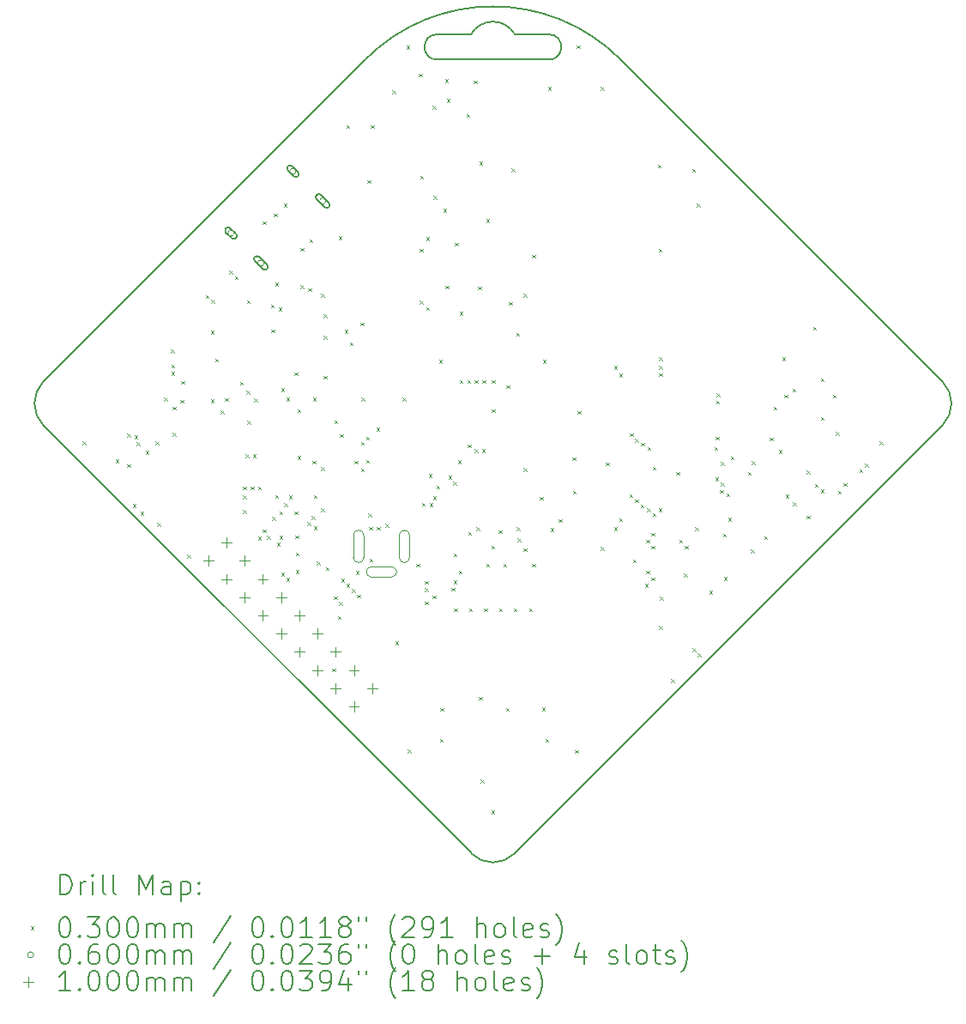
<source format=gbr>
%TF.GenerationSoftware,KiCad,Pcbnew,7.0.8-7.0.8~ubuntu23.04.1*%
%TF.CreationDate,2023-11-14T21:47:51+00:00*%
%TF.ProjectId,demo-badge-2023,64656d6f-2d62-4616-9467-652d32303233,1*%
%TF.SameCoordinates,Original*%
%TF.FileFunction,Drillmap*%
%TF.FilePolarity,Positive*%
%FSLAX45Y45*%
G04 Gerber Fmt 4.5, Leading zero omitted, Abs format (unit mm)*
G04 Created by KiCad (PCBNEW 7.0.8-7.0.8~ubuntu23.04.1) date 2023-11-14 21:47:51*
%MOMM*%
%LPD*%
G01*
G04 APERTURE LIST*
%ADD10C,0.100000*%
%ADD11C,0.150000*%
%ADD12C,0.200000*%
%ADD13C,0.030000*%
%ADD14C,0.060000*%
G04 APERTURE END LIST*
D10*
X12177040Y-10103120D02*
G75*
G03*
X12075440Y-10103120I-50800J0D01*
G01*
D11*
X8564999Y-8584501D02*
G75*
G03*
X8565000Y-9019800I217651J-217649D01*
G01*
X17435000Y-9019800D02*
X13212132Y-13241634D01*
X14256882Y-5406566D02*
X17435000Y-8584502D01*
X12450000Y-5410948D02*
X13550000Y-5410948D01*
D10*
X11724920Y-10321560D02*
X11724920Y-10103120D01*
D11*
X12783494Y-5160948D02*
X12450000Y-5160948D01*
D10*
X11623320Y-10321560D02*
G75*
G03*
X11724920Y-10321560I50800J0D01*
G01*
X12075440Y-10103120D02*
X12075440Y-10321560D01*
D11*
X13216506Y-5160948D02*
G75*
G03*
X12783494Y-5160948I-216506J-125000D01*
G01*
X17434999Y-9019799D02*
G75*
G03*
X17435000Y-8584502I-217649J217649D01*
G01*
D10*
X11999240Y-10514600D02*
G75*
G03*
X11999240Y-10413000I0J50800D01*
G01*
D11*
X13550000Y-5160948D02*
X13216506Y-5160948D01*
X12450000Y-5160952D02*
G75*
G03*
X12450000Y-5410948I0J-124998D01*
G01*
X12787868Y-13241634D02*
G75*
G03*
X13212132Y-13241634I212132J212132D01*
G01*
D10*
X11623320Y-10103120D02*
X11623320Y-10321560D01*
D11*
X13550000Y-5410952D02*
G75*
G03*
X13550000Y-5160948I0J125002D01*
G01*
D10*
X11801120Y-10514600D02*
X11999240Y-10514600D01*
X11724920Y-10103120D02*
G75*
G03*
X11623320Y-10103120I-50800J0D01*
G01*
X11801120Y-10413000D02*
G75*
G03*
X11801120Y-10514600I0J-50800D01*
G01*
X12177040Y-10321560D02*
X12177040Y-10103120D01*
X12075440Y-10321560D02*
G75*
G03*
X12177040Y-10321560I50800J0D01*
G01*
D11*
X14256882Y-5406566D02*
G75*
G03*
X11743118Y-5406566I-1256882J-1256884D01*
G01*
D10*
X11999240Y-10413000D02*
X11801120Y-10413000D01*
D11*
X8565000Y-8584502D02*
X11743118Y-5406566D01*
X12787868Y-13241634D02*
X8565000Y-9019800D01*
D12*
D13*
X8950000Y-9174800D02*
X8980000Y-9204800D01*
X8980000Y-9174800D02*
X8950000Y-9204800D01*
X9275000Y-9354800D02*
X9305000Y-9384800D01*
X9305000Y-9354800D02*
X9275000Y-9384800D01*
X9389648Y-9400152D02*
X9419648Y-9430152D01*
X9419648Y-9400152D02*
X9389648Y-9430152D01*
X9391000Y-9098800D02*
X9421000Y-9128800D01*
X9421000Y-9098800D02*
X9391000Y-9128800D01*
X9444000Y-9795222D02*
X9474000Y-9825222D01*
X9474000Y-9795222D02*
X9444000Y-9825222D01*
X9461654Y-9115714D02*
X9491654Y-9145714D01*
X9491654Y-9115714D02*
X9461654Y-9145714D01*
X9483000Y-9186800D02*
X9513000Y-9216800D01*
X9513000Y-9186800D02*
X9483000Y-9216800D01*
X9523000Y-9872800D02*
X9553000Y-9902800D01*
X9553000Y-9872800D02*
X9523000Y-9902800D01*
X9571000Y-9268800D02*
X9601000Y-9298800D01*
X9601000Y-9268800D02*
X9571000Y-9298800D01*
X9668521Y-9174800D02*
X9698521Y-9204800D01*
X9698521Y-9174800D02*
X9668521Y-9204800D01*
X9685000Y-9979800D02*
X9715000Y-10009800D01*
X9715000Y-9979800D02*
X9685000Y-10009800D01*
X9756210Y-8746551D02*
X9786210Y-8776551D01*
X9786210Y-8746551D02*
X9756210Y-8776551D01*
X9820000Y-8269800D02*
X9850000Y-8299800D01*
X9850000Y-8269800D02*
X9820000Y-8299800D01*
X9825000Y-8417150D02*
X9855000Y-8447150D01*
X9855000Y-8417150D02*
X9825000Y-8447150D01*
X9825000Y-8489800D02*
X9855000Y-8519800D01*
X9855000Y-8489800D02*
X9825000Y-8519800D01*
X9840292Y-8831537D02*
X9870292Y-8861537D01*
X9870292Y-8831537D02*
X9840292Y-8861537D01*
X9841000Y-9090800D02*
X9871000Y-9120800D01*
X9871000Y-9090800D02*
X9841000Y-9120800D01*
X9914000Y-8764800D02*
X9944000Y-8794800D01*
X9944000Y-8764800D02*
X9914000Y-8794800D01*
X9922000Y-8580800D02*
X9952000Y-8610800D01*
X9952000Y-8580800D02*
X9922000Y-8610800D01*
X9985000Y-10294800D02*
X10015000Y-10324800D01*
X10015000Y-10294800D02*
X9985000Y-10324800D01*
X10165999Y-7731111D02*
X10195999Y-7761111D01*
X10195999Y-7731111D02*
X10165999Y-7761111D01*
X10214000Y-8082800D02*
X10244000Y-8112800D01*
X10244000Y-8082800D02*
X10214000Y-8112800D01*
X10217432Y-8762368D02*
X10247432Y-8792368D01*
X10247432Y-8762368D02*
X10217432Y-8792368D01*
X10219000Y-7780800D02*
X10249000Y-7810800D01*
X10249000Y-7780800D02*
X10219000Y-7810800D01*
X10260000Y-8359800D02*
X10290000Y-8389800D01*
X10290000Y-8359800D02*
X10260000Y-8389800D01*
X10311102Y-8873800D02*
X10341102Y-8903800D01*
X10341102Y-8873800D02*
X10311102Y-8903800D01*
X10355931Y-8749670D02*
X10385931Y-8779670D01*
X10385931Y-8749670D02*
X10355931Y-8779670D01*
X10399000Y-7489800D02*
X10429000Y-7519800D01*
X10429000Y-7489800D02*
X10399000Y-7519800D01*
X10454000Y-7544800D02*
X10484000Y-7574800D01*
X10484000Y-7544800D02*
X10454000Y-7574800D01*
X10503000Y-8588800D02*
X10533000Y-8618800D01*
X10533000Y-8588800D02*
X10503000Y-8618800D01*
X10534000Y-9621150D02*
X10564000Y-9651150D01*
X10564000Y-9621150D02*
X10534000Y-9651150D01*
X10534000Y-9709800D02*
X10564000Y-9739800D01*
X10564000Y-9709800D02*
X10534000Y-9739800D01*
X10534000Y-9853800D02*
X10564000Y-9883800D01*
X10564000Y-9853800D02*
X10534000Y-9883800D01*
X10558372Y-9304600D02*
X10588372Y-9334600D01*
X10588372Y-9304600D02*
X10558372Y-9334600D01*
X10565000Y-8675800D02*
X10595000Y-8705800D01*
X10595000Y-8675800D02*
X10565000Y-8705800D01*
X10570000Y-7784800D02*
X10600000Y-7814800D01*
X10600000Y-7784800D02*
X10570000Y-7814800D01*
X10577774Y-8972026D02*
X10607774Y-9002026D01*
X10607774Y-8972026D02*
X10577774Y-9002026D01*
X10607372Y-9621150D02*
X10637372Y-9651150D01*
X10637372Y-9621150D02*
X10607372Y-9651150D01*
X10631022Y-9304600D02*
X10661022Y-9334600D01*
X10661022Y-9304600D02*
X10631022Y-9334600D01*
X10644000Y-8753800D02*
X10674000Y-8783800D01*
X10674000Y-8753800D02*
X10644000Y-8783800D01*
X10680000Y-10114800D02*
X10710000Y-10144800D01*
X10710000Y-10114800D02*
X10680000Y-10144800D01*
X10680906Y-9621150D02*
X10710906Y-9651150D01*
X10710906Y-9621150D02*
X10680906Y-9651150D01*
X10728965Y-10046031D02*
X10758965Y-10076031D01*
X10758965Y-10046031D02*
X10728965Y-10076031D01*
X10730000Y-7004800D02*
X10760000Y-7034800D01*
X10760000Y-7004800D02*
X10730000Y-7034800D01*
X10770120Y-10105900D02*
X10800120Y-10135900D01*
X10800120Y-10105900D02*
X10770120Y-10135900D01*
X10810000Y-7824800D02*
X10840000Y-7854800D01*
X10840000Y-7824800D02*
X10810000Y-7854800D01*
X10811000Y-8069800D02*
X10841000Y-8099800D01*
X10841000Y-8069800D02*
X10811000Y-8099800D01*
X10820970Y-9921548D02*
X10850970Y-9951548D01*
X10850970Y-9921548D02*
X10820970Y-9951548D01*
X10836160Y-6928360D02*
X10866160Y-6958360D01*
X10866160Y-6928360D02*
X10836160Y-6958360D01*
X10850000Y-7609800D02*
X10880000Y-7639800D01*
X10880000Y-7609800D02*
X10850000Y-7639800D01*
X10852000Y-9705800D02*
X10882000Y-9735800D01*
X10882000Y-9705800D02*
X10852000Y-9735800D01*
X10868170Y-10177020D02*
X10898170Y-10207020D01*
X10898170Y-10177020D02*
X10868170Y-10207020D01*
X10885000Y-7854530D02*
X10915000Y-7884530D01*
X10915000Y-7854530D02*
X10885000Y-7884530D01*
X10893570Y-9864800D02*
X10923570Y-9894800D01*
X10923570Y-9864800D02*
X10893570Y-9894800D01*
X10893570Y-10105468D02*
X10923570Y-10135468D01*
X10923570Y-10105468D02*
X10893570Y-10135468D01*
X10908981Y-10471358D02*
X10938981Y-10501358D01*
X10938981Y-10471358D02*
X10908981Y-10501358D01*
X10909000Y-8649800D02*
X10939000Y-8679800D01*
X10939000Y-8649800D02*
X10909000Y-8679800D01*
X10935000Y-6829800D02*
X10965000Y-6859800D01*
X10965000Y-6829800D02*
X10935000Y-6859800D01*
X10938237Y-9785860D02*
X10968237Y-9815860D01*
X10968237Y-9785860D02*
X10938237Y-9815860D01*
X10960000Y-8744800D02*
X10990000Y-8774800D01*
X10990000Y-8744800D02*
X10960000Y-8774800D01*
X10960620Y-10522460D02*
X10990620Y-10552460D01*
X10990620Y-10522460D02*
X10960620Y-10552460D01*
X10987237Y-9710767D02*
X11017237Y-9740767D01*
X11017237Y-9710767D02*
X10987237Y-9740767D01*
X11040000Y-8495800D02*
X11070000Y-8525800D01*
X11070000Y-8495800D02*
X11040000Y-8525800D01*
X11041000Y-9864800D02*
X11071000Y-9894800D01*
X11071000Y-9864800D02*
X11041000Y-9894800D01*
X11050000Y-10104800D02*
X11080000Y-10134800D01*
X11080000Y-10104800D02*
X11050000Y-10134800D01*
X11052590Y-10271758D02*
X11082590Y-10301758D01*
X11082590Y-10271758D02*
X11052590Y-10301758D01*
X11052590Y-10445958D02*
X11082590Y-10475958D01*
X11082590Y-10445958D02*
X11052590Y-10475958D01*
X11071550Y-8859800D02*
X11101550Y-8889800D01*
X11101550Y-8859800D02*
X11071550Y-8889800D01*
X11071550Y-9321890D02*
X11101550Y-9351890D01*
X11101550Y-9321890D02*
X11071550Y-9351890D01*
X11101750Y-7268336D02*
X11131750Y-7298336D01*
X11131750Y-7268336D02*
X11101750Y-7298336D01*
X11101750Y-7634800D02*
X11131750Y-7664800D01*
X11131750Y-7634800D02*
X11101750Y-7664800D01*
X11168370Y-9970548D02*
X11198370Y-10000548D01*
X11198370Y-9970548D02*
X11168370Y-10000548D01*
X11176454Y-7665503D02*
X11206454Y-7695503D01*
X11206454Y-7665503D02*
X11176454Y-7695503D01*
X11189035Y-7181501D02*
X11219035Y-7211501D01*
X11219035Y-7181501D02*
X11189035Y-7211501D01*
X11210230Y-9911170D02*
X11240230Y-9941170D01*
X11240230Y-9911170D02*
X11210230Y-9941170D01*
X11221000Y-9367800D02*
X11251000Y-9397800D01*
X11251000Y-9367800D02*
X11221000Y-9397800D01*
X11225000Y-8744800D02*
X11255000Y-8774800D01*
X11255000Y-8744800D02*
X11225000Y-8774800D01*
X11232000Y-9705800D02*
X11262000Y-9735800D01*
X11262000Y-9705800D02*
X11232000Y-9735800D01*
X11232030Y-10012810D02*
X11262030Y-10042810D01*
X11262030Y-10012810D02*
X11232030Y-10042810D01*
X11262880Y-10362440D02*
X11292880Y-10392440D01*
X11292880Y-10362440D02*
X11262880Y-10392440D01*
X11302586Y-9429800D02*
X11332586Y-9459800D01*
X11332586Y-9429800D02*
X11302586Y-9459800D01*
X11302586Y-9837799D02*
X11332586Y-9867799D01*
X11332586Y-9837799D02*
X11302586Y-9867799D01*
X11305000Y-7719230D02*
X11335000Y-7749230D01*
X11335000Y-7719230D02*
X11305000Y-7749230D01*
X11327986Y-8529800D02*
X11357986Y-8559800D01*
X11357986Y-8529800D02*
X11327986Y-8559800D01*
X11330000Y-7924800D02*
X11360000Y-7954800D01*
X11360000Y-7924800D02*
X11330000Y-7954800D01*
X11330000Y-8134800D02*
X11360000Y-8164800D01*
X11360000Y-8134800D02*
X11330000Y-8164800D01*
X11351586Y-10415974D02*
X11381586Y-10445974D01*
X11381586Y-10415974D02*
X11351586Y-10445974D01*
X11415000Y-11414800D02*
X11445000Y-11444800D01*
X11445000Y-11414800D02*
X11415000Y-11444800D01*
X11431117Y-10705940D02*
X11461117Y-10735940D01*
X11461117Y-10705940D02*
X11431117Y-10735940D01*
X11435000Y-8969800D02*
X11465000Y-8999800D01*
X11465000Y-8969800D02*
X11435000Y-8999800D01*
X11469000Y-10899800D02*
X11499000Y-10929800D01*
X11499000Y-10899800D02*
X11469000Y-10929800D01*
X11478845Y-7154485D02*
X11508845Y-7184485D01*
X11508845Y-7154485D02*
X11478845Y-7184485D01*
X11482488Y-10757312D02*
X11512488Y-10787312D01*
X11512488Y-10757312D02*
X11482488Y-10787312D01*
X11487736Y-9104950D02*
X11517736Y-9134950D01*
X11517736Y-9104950D02*
X11487736Y-9134950D01*
X11503595Y-10532062D02*
X11533595Y-10562062D01*
X11533595Y-10532062D02*
X11503595Y-10562062D01*
X11535000Y-8074800D02*
X11565000Y-8104800D01*
X11565000Y-8074800D02*
X11535000Y-8104800D01*
X11554966Y-10583434D02*
X11584966Y-10613434D01*
X11584966Y-10583434D02*
X11554966Y-10613434D01*
X11555000Y-6054800D02*
X11585000Y-6084800D01*
X11585000Y-6054800D02*
X11555000Y-6084800D01*
X11585786Y-8199800D02*
X11615786Y-8229800D01*
X11615786Y-8199800D02*
X11585786Y-8229800D01*
X11606338Y-10634805D02*
X11636338Y-10664805D01*
X11636338Y-10634805D02*
X11606338Y-10664805D01*
X11635000Y-9365800D02*
X11665000Y-9395800D01*
X11665000Y-9365800D02*
X11635000Y-9395800D01*
X11645000Y-10454800D02*
X11675000Y-10484800D01*
X11675000Y-10454800D02*
X11645000Y-10484800D01*
X11657709Y-10686177D02*
X11687709Y-10716177D01*
X11687709Y-10686177D02*
X11657709Y-10716177D01*
X11695000Y-8004800D02*
X11725000Y-8034800D01*
X11725000Y-8004800D02*
X11695000Y-8034800D01*
X11697220Y-9181150D02*
X11727220Y-9211150D01*
X11727220Y-9181150D02*
X11697220Y-9211150D01*
X11697220Y-9442960D02*
X11727220Y-9472960D01*
X11727220Y-9442960D02*
X11697220Y-9472960D01*
X11700000Y-8744800D02*
X11730000Y-8774800D01*
X11730000Y-8744800D02*
X11700000Y-8774800D01*
X11748314Y-9129503D02*
X11778314Y-9159503D01*
X11778314Y-9129503D02*
X11748314Y-9159503D01*
X11750000Y-9359800D02*
X11780000Y-9389800D01*
X11780000Y-9359800D02*
X11750000Y-9389800D01*
X11762825Y-6599800D02*
X11792825Y-6629800D01*
X11792825Y-6599800D02*
X11762825Y-6629800D01*
X11769252Y-9886799D02*
X11799252Y-9916799D01*
X11799252Y-9886799D02*
X11769252Y-9916799D01*
X11775960Y-10017524D02*
X11805960Y-10047524D01*
X11805960Y-10017524D02*
X11775960Y-10047524D01*
X11781040Y-10331960D02*
X11811040Y-10361960D01*
X11811040Y-10331960D02*
X11781040Y-10361960D01*
X11795000Y-6054800D02*
X11825000Y-6084800D01*
X11825000Y-6054800D02*
X11795000Y-6084800D01*
X11850550Y-9039800D02*
X11880550Y-9069800D01*
X11880550Y-9039800D02*
X11850550Y-9069800D01*
X11854700Y-10017524D02*
X11884700Y-10047524D01*
X11884700Y-10017524D02*
X11854700Y-10047524D01*
X11940000Y-9989800D02*
X11970000Y-10019800D01*
X11970000Y-9989800D02*
X11940000Y-10019800D01*
X12005160Y-5715040D02*
X12035160Y-5745040D01*
X12035160Y-5715040D02*
X12005160Y-5745040D01*
X12035000Y-11149800D02*
X12065000Y-11179800D01*
X12065000Y-11149800D02*
X12035000Y-11179800D01*
X12110000Y-8744800D02*
X12140000Y-8774800D01*
X12140000Y-8744800D02*
X12110000Y-8774800D01*
X12146800Y-5272280D02*
X12176800Y-5302280D01*
X12176800Y-5272280D02*
X12146800Y-5302280D01*
X12160000Y-12214800D02*
X12190000Y-12244800D01*
X12190000Y-12214800D02*
X12160000Y-12244800D01*
X12243320Y-10382760D02*
X12273320Y-10412760D01*
X12273320Y-10382760D02*
X12243320Y-10412760D01*
X12268000Y-5546600D02*
X12298000Y-5576600D01*
X12298000Y-5546600D02*
X12268000Y-5576600D01*
X12278880Y-7273800D02*
X12308880Y-7303800D01*
X12308880Y-7273800D02*
X12278880Y-7303800D01*
X12278880Y-7786880D02*
X12308880Y-7816880D01*
X12308880Y-7786880D02*
X12278880Y-7816880D01*
X12283505Y-6554160D02*
X12313505Y-6584160D01*
X12313505Y-6554160D02*
X12283505Y-6584160D01*
X12298000Y-9779800D02*
X12328000Y-9809800D01*
X12328000Y-9779800D02*
X12298000Y-9809800D01*
X12328000Y-10756800D02*
X12358000Y-10786800D01*
X12358000Y-10756800D02*
X12328000Y-10786800D01*
X12329000Y-10552150D02*
X12359000Y-10582150D01*
X12359000Y-10552150D02*
X12329000Y-10582150D01*
X12329000Y-10624800D02*
X12359000Y-10654800D01*
X12359000Y-10624800D02*
X12329000Y-10654800D01*
X12339840Y-7162040D02*
X12369840Y-7192040D01*
X12369840Y-7162040D02*
X12339840Y-7192040D01*
X12339840Y-7849800D02*
X12369840Y-7879800D01*
X12369840Y-7849800D02*
X12339840Y-7879800D01*
X12366150Y-9495950D02*
X12396150Y-9525950D01*
X12396150Y-9495950D02*
X12366150Y-9525950D01*
X12375491Y-9785224D02*
X12405491Y-9815224D01*
X12405491Y-9785224D02*
X12375491Y-9815224D01*
X12402559Y-10696647D02*
X12432559Y-10726647D01*
X12432559Y-10696647D02*
X12402559Y-10726647D01*
X12405000Y-5864800D02*
X12435000Y-5894800D01*
X12435000Y-5864800D02*
X12405000Y-5894800D01*
X12408191Y-9720349D02*
X12438191Y-9750349D01*
X12438191Y-9720349D02*
X12408191Y-9750349D01*
X12410825Y-6753800D02*
X12440825Y-6783800D01*
X12440825Y-6753800D02*
X12410825Y-6783800D01*
X12440891Y-9612717D02*
X12470891Y-9642717D01*
X12470891Y-9612717D02*
X12440891Y-9642717D01*
X12466840Y-8371080D02*
X12496840Y-8401080D01*
X12496840Y-8371080D02*
X12466840Y-8401080D01*
X12477000Y-12109934D02*
X12507000Y-12139934D01*
X12507000Y-12109934D02*
X12477000Y-12139934D01*
X12479540Y-11805160D02*
X12509540Y-11835160D01*
X12509540Y-11805160D02*
X12479540Y-11835160D01*
X12510000Y-6879800D02*
X12540000Y-6909800D01*
X12540000Y-6879800D02*
X12510000Y-6909800D01*
X12526150Y-5605230D02*
X12556150Y-5635230D01*
X12556150Y-5605230D02*
X12526150Y-5635230D01*
X12530340Y-7639560D02*
X12560340Y-7669560D01*
X12560340Y-7639560D02*
X12530340Y-7669560D01*
X12544860Y-5798060D02*
X12574860Y-5828060D01*
X12574860Y-5798060D02*
X12544860Y-5828060D01*
X12562693Y-9514667D02*
X12592693Y-9544667D01*
X12592693Y-9514667D02*
X12562693Y-9544667D01*
X12592833Y-10618133D02*
X12622833Y-10648133D01*
X12622833Y-10618133D02*
X12592833Y-10648133D01*
X12605800Y-9574800D02*
X12635800Y-9604800D01*
X12635800Y-9574800D02*
X12605800Y-9604800D01*
X12612071Y-10281160D02*
X12642071Y-10311160D01*
X12642071Y-10281160D02*
X12612071Y-10311160D01*
X12613420Y-10548460D02*
X12643420Y-10578460D01*
X12643420Y-10548460D02*
X12613420Y-10578460D01*
X12617000Y-10824570D02*
X12647000Y-10854570D01*
X12647000Y-10824570D02*
X12617000Y-10854570D01*
X12625000Y-7214800D02*
X12655000Y-7244800D01*
X12655000Y-7214800D02*
X12625000Y-7244800D01*
X12654800Y-9364800D02*
X12684800Y-9394800D01*
X12684800Y-9364800D02*
X12654800Y-9394800D01*
X12662420Y-10450410D02*
X12692420Y-10480410D01*
X12692420Y-10450410D02*
X12662420Y-10480410D01*
X12670000Y-7899800D02*
X12700000Y-7929800D01*
X12700000Y-7899800D02*
X12670000Y-7929800D01*
X12670040Y-8569800D02*
X12700040Y-8599800D01*
X12700040Y-8569800D02*
X12670040Y-8599800D01*
X12740440Y-5945380D02*
X12770440Y-5975380D01*
X12770440Y-5945380D02*
X12740440Y-5975380D01*
X12748259Y-8569200D02*
X12778259Y-8599200D01*
X12778259Y-8569200D02*
X12748259Y-8599200D01*
X12750000Y-9206550D02*
X12780000Y-9236550D01*
X12780000Y-9206550D02*
X12750000Y-9236550D01*
X12756400Y-10067800D02*
X12786400Y-10097800D01*
X12786400Y-10067800D02*
X12756400Y-10097800D01*
X12764000Y-10824870D02*
X12794000Y-10854870D01*
X12794000Y-10824870D02*
X12764000Y-10854870D01*
X12810000Y-5614800D02*
X12840000Y-5644800D01*
X12840000Y-5614800D02*
X12810000Y-5644800D01*
X12820000Y-9254800D02*
X12850000Y-9284800D01*
X12850000Y-9254800D02*
X12820000Y-9284800D01*
X12820907Y-8569853D02*
X12850907Y-8599853D01*
X12850907Y-8569853D02*
X12820907Y-8599853D01*
X12837680Y-10022190D02*
X12867680Y-10052190D01*
X12867680Y-10022190D02*
X12837680Y-10052190D01*
X12853080Y-7649720D02*
X12883080Y-7679720D01*
X12883080Y-7649720D02*
X12853080Y-7679720D01*
X12860750Y-11693400D02*
X12890750Y-11723400D01*
X12890750Y-11693400D02*
X12860750Y-11723400D01*
X12865000Y-6414800D02*
X12895000Y-6444800D01*
X12895000Y-6414800D02*
X12865000Y-6444800D01*
X12877500Y-12511280D02*
X12907500Y-12541280D01*
X12907500Y-12511280D02*
X12877500Y-12541280D01*
X12892650Y-9254800D02*
X12922650Y-9284800D01*
X12922650Y-9254800D02*
X12892650Y-9284800D01*
X12893560Y-8569200D02*
X12923560Y-8599200D01*
X12923560Y-8569200D02*
X12893560Y-8599200D01*
X12911000Y-10824870D02*
X12941000Y-10854870D01*
X12941000Y-10824870D02*
X12911000Y-10854870D01*
X12934200Y-10382760D02*
X12964200Y-10412760D01*
X12964200Y-10382760D02*
X12934200Y-10412760D01*
X12935000Y-6984800D02*
X12965000Y-7014800D01*
X12965000Y-6984800D02*
X12935000Y-7014800D01*
X12985000Y-10204960D02*
X13015000Y-10234960D01*
X13015000Y-10204960D02*
X12985000Y-10234960D01*
X12985000Y-12814800D02*
X13015000Y-12844800D01*
X13015000Y-12814800D02*
X12985000Y-12844800D01*
X12990000Y-8569200D02*
X13020000Y-8599200D01*
X13020000Y-8569200D02*
X12990000Y-8599200D01*
X12990000Y-8858760D02*
X13020000Y-8888760D01*
X13020000Y-8858760D02*
X12990000Y-8888760D01*
X13056120Y-10052560D02*
X13086120Y-10082560D01*
X13086120Y-10052560D02*
X13056120Y-10082560D01*
X13060000Y-10824870D02*
X13090000Y-10854870D01*
X13090000Y-10824870D02*
X13060000Y-10854870D01*
X13101840Y-10382760D02*
X13131840Y-10412760D01*
X13131840Y-10382760D02*
X13101840Y-10412760D01*
X13127240Y-11805160D02*
X13157240Y-11835160D01*
X13157240Y-11805160D02*
X13127240Y-11835160D01*
X13132320Y-8620000D02*
X13162320Y-8650000D01*
X13162320Y-8620000D02*
X13132320Y-8650000D01*
X13160000Y-7799800D02*
X13190000Y-7829800D01*
X13190000Y-7799800D02*
X13160000Y-7829800D01*
X13185000Y-6484800D02*
X13215000Y-6514800D01*
X13215000Y-6484800D02*
X13185000Y-6514800D01*
X13206000Y-10824870D02*
X13236000Y-10854870D01*
X13236000Y-10824870D02*
X13206000Y-10854870D01*
X13230000Y-8104800D02*
X13260000Y-8134800D01*
X13260000Y-8104800D02*
X13230000Y-8134800D01*
X13233920Y-10024410D02*
X13263920Y-10054410D01*
X13263920Y-10024410D02*
X13233920Y-10054410D01*
X13244000Y-10130800D02*
X13274000Y-10160800D01*
X13274000Y-10130800D02*
X13244000Y-10160800D01*
X13299960Y-9440420D02*
X13329960Y-9470420D01*
X13329960Y-9440420D02*
X13299960Y-9470420D01*
X13299960Y-10230360D02*
X13329960Y-10260360D01*
X13329960Y-10230360D02*
X13299960Y-10260360D01*
X13300000Y-7720840D02*
X13330000Y-7750840D01*
X13330000Y-7720840D02*
X13300000Y-7750840D01*
X13355000Y-10824570D02*
X13385000Y-10854570D01*
X13385000Y-10824570D02*
X13355000Y-10854570D01*
X13385000Y-7334800D02*
X13415000Y-7364800D01*
X13415000Y-7334800D02*
X13385000Y-7364800D01*
X13386320Y-10382760D02*
X13416320Y-10412760D01*
X13416320Y-10382760D02*
X13386320Y-10412760D01*
X13461000Y-9721800D02*
X13491000Y-9751800D01*
X13491000Y-9721800D02*
X13461000Y-9751800D01*
X13485380Y-11802620D02*
X13515380Y-11832620D01*
X13515380Y-11802620D02*
X13485380Y-11832620D01*
X13493000Y-8371080D02*
X13523000Y-8401080D01*
X13523000Y-8371080D02*
X13493000Y-8401080D01*
X13518400Y-12109934D02*
X13548400Y-12139934D01*
X13548400Y-12109934D02*
X13518400Y-12139934D01*
X13545000Y-5679800D02*
X13575000Y-5709800D01*
X13575000Y-5679800D02*
X13545000Y-5709800D01*
X13566660Y-10032240D02*
X13596660Y-10062240D01*
X13596660Y-10032240D02*
X13566660Y-10062240D01*
X13650480Y-9940800D02*
X13680480Y-9970800D01*
X13680480Y-9940800D02*
X13650480Y-9970800D01*
X13785100Y-9333740D02*
X13815100Y-9363740D01*
X13815100Y-9333740D02*
X13785100Y-9363740D01*
X13787640Y-9664800D02*
X13817640Y-9694800D01*
X13817640Y-9664800D02*
X13787640Y-9694800D01*
X13810000Y-12219800D02*
X13840000Y-12249800D01*
X13840000Y-12219800D02*
X13810000Y-12249800D01*
X13828280Y-5267200D02*
X13858280Y-5297200D01*
X13858280Y-5267200D02*
X13828280Y-5297200D01*
X13835000Y-8874800D02*
X13865000Y-8904800D01*
X13865000Y-8874800D02*
X13835000Y-8904800D01*
X14064500Y-10218190D02*
X14094500Y-10248190D01*
X14094500Y-10218190D02*
X14064500Y-10248190D01*
X14065000Y-5679800D02*
X14095000Y-5709800D01*
X14095000Y-5679800D02*
X14065000Y-5709800D01*
X14115000Y-9384800D02*
X14145000Y-9414800D01*
X14145000Y-9384800D02*
X14115000Y-9414800D01*
X14196580Y-8432040D02*
X14226580Y-8462040D01*
X14226580Y-8432040D02*
X14196580Y-8462040D01*
X14196580Y-10022080D02*
X14226580Y-10052080D01*
X14226580Y-10022080D02*
X14196580Y-10052080D01*
X14245580Y-8505700D02*
X14275580Y-8535700D01*
X14275580Y-8505700D02*
X14245580Y-8535700D01*
X14245580Y-9934024D02*
X14275580Y-9964024D01*
X14275580Y-9934024D02*
X14245580Y-9964024D01*
X14348236Y-9696960D02*
X14378236Y-9726960D01*
X14378236Y-9696960D02*
X14348236Y-9726960D01*
X14350209Y-9095867D02*
X14380209Y-9125867D01*
X14380209Y-9095867D02*
X14350209Y-9125867D01*
X14382000Y-10342120D02*
X14412000Y-10372120D01*
X14412000Y-10342120D02*
X14382000Y-10372120D01*
X14400886Y-9149256D02*
X14430886Y-9179256D01*
X14430886Y-9149256D02*
X14400886Y-9179256D01*
X14401025Y-9749168D02*
X14431025Y-9779168D01*
X14431025Y-9749168D02*
X14401025Y-9779168D01*
X14456077Y-9797306D02*
X14486077Y-9827306D01*
X14486077Y-9797306D02*
X14456077Y-9827306D01*
X14462993Y-9188768D02*
X14492993Y-9218768D01*
X14492993Y-9188768D02*
X14462993Y-9218768D01*
X14498840Y-10580880D02*
X14528840Y-10610880D01*
X14528840Y-10580880D02*
X14498840Y-10610880D01*
X14511540Y-10146540D02*
X14541540Y-10176540D01*
X14541540Y-10146540D02*
X14511540Y-10176540D01*
X14512230Y-10450410D02*
X14542230Y-10480410D01*
X14542230Y-10450410D02*
X14512230Y-10480410D01*
X14519007Y-9835494D02*
X14549007Y-9865494D01*
X14549007Y-9835494D02*
X14519007Y-9865494D01*
X14524240Y-9229600D02*
X14554240Y-9259600D01*
X14554240Y-9229600D02*
X14524240Y-9259600D01*
X14564000Y-10077800D02*
X14594000Y-10107800D01*
X14594000Y-10077800D02*
X14564000Y-10107800D01*
X14564880Y-10204960D02*
X14594880Y-10234960D01*
X14594880Y-10204960D02*
X14564880Y-10234960D01*
X14564880Y-10519920D02*
X14594880Y-10549920D01*
X14594880Y-10519920D02*
X14564880Y-10549920D01*
X14575040Y-9425180D02*
X14605040Y-9455180D01*
X14605040Y-9425180D02*
X14575040Y-9455180D01*
X14575040Y-9883230D02*
X14605040Y-9913230D01*
X14605040Y-9883230D02*
X14575040Y-9913230D01*
X14625000Y-6444800D02*
X14655000Y-6474800D01*
X14655000Y-6444800D02*
X14625000Y-6474800D01*
X14633860Y-7273800D02*
X14663860Y-7303800D01*
X14663860Y-7273800D02*
X14633860Y-7303800D01*
X14637000Y-9836800D02*
X14667000Y-9866800D01*
X14667000Y-9836800D02*
X14637000Y-9866800D01*
X14639000Y-8345680D02*
X14669000Y-8375680D01*
X14669000Y-8345680D02*
X14639000Y-8375680D01*
X14639000Y-8432040D02*
X14669000Y-8462040D01*
X14669000Y-8432040D02*
X14639000Y-8462040D01*
X14639000Y-8504690D02*
X14669000Y-8534690D01*
X14669000Y-8504690D02*
X14639000Y-8534690D01*
X14640000Y-10994800D02*
X14670000Y-11024800D01*
X14670000Y-10994800D02*
X14640000Y-11024800D01*
X14645852Y-10707572D02*
X14675852Y-10737572D01*
X14675852Y-10707572D02*
X14645852Y-10737572D01*
X14757920Y-11521740D02*
X14787920Y-11551740D01*
X14787920Y-11521740D02*
X14757920Y-11551740D01*
X14808720Y-9477510D02*
X14838720Y-9507510D01*
X14838720Y-9477510D02*
X14808720Y-9507510D01*
X14839200Y-10146540D02*
X14869200Y-10176540D01*
X14869200Y-10146540D02*
X14839200Y-10176540D01*
X14884920Y-10479280D02*
X14914920Y-10509280D01*
X14914920Y-10479280D02*
X14884920Y-10509280D01*
X14895080Y-10204960D02*
X14925080Y-10234960D01*
X14925080Y-10204960D02*
X14895080Y-10234960D01*
X14965000Y-6489800D02*
X14995000Y-6519800D01*
X14995000Y-6489800D02*
X14965000Y-6519800D01*
X14968035Y-11216704D02*
X14998035Y-11246704D01*
X14998035Y-11216704D02*
X14968035Y-11246704D01*
X14996680Y-10022080D02*
X15026680Y-10052080D01*
X15026680Y-10022080D02*
X14996680Y-10052080D01*
X15010000Y-6829800D02*
X15040000Y-6859800D01*
X15040000Y-6829800D02*
X15010000Y-6859800D01*
X15022080Y-11266680D02*
X15052080Y-11296680D01*
X15052080Y-11266680D02*
X15022080Y-11296680D01*
X15132994Y-10650306D02*
X15162994Y-10680306D01*
X15162994Y-10650306D02*
X15132994Y-10680306D01*
X15187180Y-9229600D02*
X15217180Y-9259600D01*
X15217180Y-9229600D02*
X15187180Y-9259600D01*
X15194800Y-9531860D02*
X15224800Y-9561860D01*
X15224800Y-9531860D02*
X15194800Y-9561860D01*
X15199880Y-9130540D02*
X15229880Y-9160540D01*
X15229880Y-9130540D02*
X15199880Y-9160540D01*
X15202951Y-8775471D02*
X15232951Y-8805471D01*
X15232951Y-8775471D02*
X15202951Y-8805471D01*
X15205090Y-8701892D02*
X15235090Y-8731892D01*
X15235090Y-8701892D02*
X15205090Y-8731892D01*
X15242848Y-9653120D02*
X15272848Y-9683120D01*
X15272848Y-9653120D02*
X15242848Y-9683120D01*
X15250371Y-9580860D02*
X15280371Y-9610860D01*
X15280371Y-9580860D02*
X15250371Y-9610860D01*
X15250680Y-9379510D02*
X15280680Y-9409510D01*
X15280680Y-9379510D02*
X15250680Y-9409510D01*
X15271000Y-10088120D02*
X15301000Y-10118120D01*
X15301000Y-10088120D02*
X15271000Y-10118120D01*
X15278620Y-10514840D02*
X15308620Y-10544840D01*
X15308620Y-10514840D02*
X15278620Y-10544840D01*
X15305796Y-9689390D02*
X15335796Y-9719390D01*
X15335796Y-9689390D02*
X15305796Y-9719390D01*
X15321800Y-9930640D02*
X15351800Y-9960640D01*
X15351800Y-9930640D02*
X15321800Y-9960640D01*
X15344660Y-9323580D02*
X15374660Y-9353580D01*
X15374660Y-9323580D02*
X15344660Y-9353580D01*
X15514840Y-9477510D02*
X15544840Y-9507510D01*
X15544840Y-9477510D02*
X15514840Y-9507510D01*
X15543935Y-10244445D02*
X15573935Y-10274445D01*
X15573935Y-10244445D02*
X15543935Y-10274445D01*
X15555480Y-9369300D02*
X15585480Y-9399300D01*
X15585480Y-9369300D02*
X15555480Y-9399300D01*
X15677758Y-10111338D02*
X15707758Y-10141338D01*
X15707758Y-10111338D02*
X15677758Y-10141338D01*
X15733280Y-9138160D02*
X15763280Y-9168160D01*
X15763280Y-9138160D02*
X15733280Y-9168160D01*
X15768840Y-8833360D02*
X15798840Y-8863360D01*
X15798840Y-8833360D02*
X15768840Y-8863360D01*
X15819640Y-9260080D02*
X15849640Y-9290080D01*
X15849640Y-9260080D02*
X15819640Y-9290080D01*
X15855200Y-8345680D02*
X15885200Y-8375680D01*
X15885200Y-8345680D02*
X15855200Y-8375680D01*
X15875520Y-8716520D02*
X15905520Y-8746520D01*
X15905520Y-8716520D02*
X15875520Y-8746520D01*
X15888220Y-9702040D02*
X15918220Y-9732040D01*
X15918220Y-9702040D02*
X15888220Y-9732040D01*
X15956800Y-8655560D02*
X15986800Y-8685560D01*
X15986800Y-8655560D02*
X15956800Y-8685560D01*
X15959340Y-9775700D02*
X15989340Y-9805700D01*
X15989340Y-9775700D02*
X15959340Y-9805700D01*
X16093960Y-9907780D02*
X16123960Y-9937780D01*
X16123960Y-9907780D02*
X16093960Y-9937780D01*
X16095000Y-9464800D02*
X16125000Y-9494800D01*
X16125000Y-9464800D02*
X16095000Y-9494800D01*
X16160000Y-8044800D02*
X16190000Y-8074800D01*
X16190000Y-8044800D02*
X16160000Y-8074800D01*
X16175240Y-9595360D02*
X16205240Y-9625360D01*
X16205240Y-9595360D02*
X16175240Y-9625360D01*
X16235000Y-8553800D02*
X16265000Y-8583800D01*
X16265000Y-8553800D02*
X16235000Y-8583800D01*
X16235000Y-8934800D02*
X16265000Y-8964800D01*
X16265000Y-8934800D02*
X16235000Y-8964800D01*
X16236200Y-9651240D02*
X16266200Y-9681240D01*
X16266200Y-9651240D02*
X16236200Y-9681240D01*
X16355000Y-8714800D02*
X16385000Y-8744800D01*
X16385000Y-8714800D02*
X16355000Y-8744800D01*
X16385000Y-9084800D02*
X16415000Y-9114800D01*
X16415000Y-9084800D02*
X16385000Y-9114800D01*
X16403840Y-9661400D02*
X16433840Y-9691400D01*
X16433840Y-9661400D02*
X16403840Y-9691400D01*
X16460463Y-9588479D02*
X16490463Y-9618479D01*
X16490463Y-9588479D02*
X16460463Y-9618479D01*
X16617200Y-9453120D02*
X16647200Y-9483120D01*
X16647200Y-9453120D02*
X16617200Y-9483120D01*
X16673080Y-9397240D02*
X16703080Y-9427240D01*
X16703080Y-9397240D02*
X16673080Y-9427240D01*
X16815000Y-9174800D02*
X16845000Y-9204800D01*
X16845000Y-9174800D02*
X16815000Y-9204800D01*
D14*
X10445080Y-7121709D02*
G75*
G03*
X10445080Y-7121709I-30000J0D01*
G01*
D12*
X10365582Y-7114638D02*
X10422151Y-7171206D01*
X10422151Y-7171206D02*
G75*
G03*
X10464577Y-7128780I21213J21213D01*
G01*
X10464577Y-7128780D02*
X10408009Y-7072211D01*
X10408009Y-7072211D02*
G75*
G03*
X10365582Y-7114638I-21213J-21213D01*
G01*
D14*
X10739943Y-7416572D02*
G75*
G03*
X10739943Y-7416572I-30000J0D01*
G01*
D12*
X10649839Y-7398895D02*
X10727621Y-7476676D01*
X10727621Y-7476676D02*
G75*
G03*
X10770047Y-7434250I21213J21213D01*
G01*
X10770047Y-7434250D02*
X10692266Y-7356468D01*
X10692266Y-7356468D02*
G75*
G03*
X10649839Y-7398895I-21213J-21213D01*
G01*
D14*
X11056020Y-6510769D02*
G75*
G03*
X11056020Y-6510769I-30000J0D01*
G01*
D12*
X10976523Y-6503697D02*
X11033091Y-6560266D01*
X11033091Y-6560266D02*
G75*
G03*
X11075518Y-6517840I21213J21213D01*
G01*
X11075518Y-6517840D02*
X11018949Y-6461271D01*
X11018949Y-6461271D02*
G75*
G03*
X10976523Y-6503697I-21213J-21213D01*
G01*
D14*
X11350883Y-6805632D02*
G75*
G03*
X11350883Y-6805632I-30000J0D01*
G01*
D12*
X11260779Y-6787954D02*
X11338561Y-6865736D01*
X11338561Y-6865736D02*
G75*
G03*
X11380988Y-6823310I21213J21213D01*
G01*
X11380988Y-6823310D02*
X11303206Y-6745528D01*
X11303206Y-6745528D02*
G75*
G03*
X11260779Y-6787954I-21213J-21213D01*
G01*
D10*
X10191185Y-10304405D02*
X10191185Y-10404405D01*
X10141185Y-10354405D02*
X10241185Y-10354405D01*
X10370790Y-10124800D02*
X10370790Y-10224800D01*
X10320790Y-10174800D02*
X10420790Y-10174800D01*
X10370790Y-10484010D02*
X10370790Y-10584010D01*
X10320790Y-10534010D02*
X10420790Y-10534010D01*
X10550395Y-10304405D02*
X10550395Y-10404405D01*
X10500395Y-10354405D02*
X10600395Y-10354405D01*
X10550395Y-10663615D02*
X10550395Y-10763615D01*
X10500395Y-10713615D02*
X10600395Y-10713615D01*
X10730000Y-10484010D02*
X10730000Y-10584010D01*
X10680000Y-10534010D02*
X10780000Y-10534010D01*
X10730000Y-10843221D02*
X10730000Y-10943221D01*
X10680000Y-10893221D02*
X10780000Y-10893221D01*
X10909605Y-10663615D02*
X10909605Y-10763615D01*
X10859605Y-10713615D02*
X10959605Y-10713615D01*
X10909605Y-11022826D02*
X10909605Y-11122826D01*
X10859605Y-11072826D02*
X10959605Y-11072826D01*
X11089210Y-10843221D02*
X11089210Y-10943221D01*
X11039210Y-10893221D02*
X11139210Y-10893221D01*
X11089210Y-11202431D02*
X11089210Y-11302431D01*
X11039210Y-11252431D02*
X11139210Y-11252431D01*
X11268815Y-11022826D02*
X11268815Y-11122826D01*
X11218815Y-11072826D02*
X11318815Y-11072826D01*
X11268815Y-11382036D02*
X11268815Y-11482036D01*
X11218815Y-11432036D02*
X11318815Y-11432036D01*
X11448420Y-11202431D02*
X11448420Y-11302431D01*
X11398420Y-11252431D02*
X11498420Y-11252431D01*
X11448420Y-11561641D02*
X11448420Y-11661641D01*
X11398420Y-11611641D02*
X11498420Y-11611641D01*
X11628026Y-11382036D02*
X11628026Y-11482036D01*
X11578026Y-11432036D02*
X11678026Y-11432036D01*
X11628026Y-11741246D02*
X11628026Y-11841246D01*
X11578026Y-11791246D02*
X11678026Y-11791246D01*
X11807631Y-11561641D02*
X11807631Y-11661641D01*
X11757631Y-11611641D02*
X11857631Y-11611641D01*
D12*
X8728123Y-13648486D02*
X8728123Y-13448486D01*
X8728123Y-13448486D02*
X8775742Y-13448486D01*
X8775742Y-13448486D02*
X8804314Y-13458010D01*
X8804314Y-13458010D02*
X8823361Y-13477057D01*
X8823361Y-13477057D02*
X8832885Y-13496105D01*
X8832885Y-13496105D02*
X8842409Y-13534200D01*
X8842409Y-13534200D02*
X8842409Y-13562771D01*
X8842409Y-13562771D02*
X8832885Y-13600867D01*
X8832885Y-13600867D02*
X8823361Y-13619914D01*
X8823361Y-13619914D02*
X8804314Y-13638962D01*
X8804314Y-13638962D02*
X8775742Y-13648486D01*
X8775742Y-13648486D02*
X8728123Y-13648486D01*
X8928123Y-13648486D02*
X8928123Y-13515152D01*
X8928123Y-13553248D02*
X8937647Y-13534200D01*
X8937647Y-13534200D02*
X8947171Y-13524676D01*
X8947171Y-13524676D02*
X8966218Y-13515152D01*
X8966218Y-13515152D02*
X8985266Y-13515152D01*
X9051933Y-13648486D02*
X9051933Y-13515152D01*
X9051933Y-13448486D02*
X9042409Y-13458010D01*
X9042409Y-13458010D02*
X9051933Y-13467533D01*
X9051933Y-13467533D02*
X9061457Y-13458010D01*
X9061457Y-13458010D02*
X9051933Y-13448486D01*
X9051933Y-13448486D02*
X9051933Y-13467533D01*
X9175742Y-13648486D02*
X9156695Y-13638962D01*
X9156695Y-13638962D02*
X9147171Y-13619914D01*
X9147171Y-13619914D02*
X9147171Y-13448486D01*
X9280504Y-13648486D02*
X9261457Y-13638962D01*
X9261457Y-13638962D02*
X9251933Y-13619914D01*
X9251933Y-13619914D02*
X9251933Y-13448486D01*
X9509076Y-13648486D02*
X9509076Y-13448486D01*
X9509076Y-13448486D02*
X9575742Y-13591343D01*
X9575742Y-13591343D02*
X9642409Y-13448486D01*
X9642409Y-13448486D02*
X9642409Y-13648486D01*
X9823361Y-13648486D02*
X9823361Y-13543724D01*
X9823361Y-13543724D02*
X9813838Y-13524676D01*
X9813838Y-13524676D02*
X9794790Y-13515152D01*
X9794790Y-13515152D02*
X9756695Y-13515152D01*
X9756695Y-13515152D02*
X9737647Y-13524676D01*
X9823361Y-13638962D02*
X9804314Y-13648486D01*
X9804314Y-13648486D02*
X9756695Y-13648486D01*
X9756695Y-13648486D02*
X9737647Y-13638962D01*
X9737647Y-13638962D02*
X9728123Y-13619914D01*
X9728123Y-13619914D02*
X9728123Y-13600867D01*
X9728123Y-13600867D02*
X9737647Y-13581819D01*
X9737647Y-13581819D02*
X9756695Y-13572295D01*
X9756695Y-13572295D02*
X9804314Y-13572295D01*
X9804314Y-13572295D02*
X9823361Y-13562771D01*
X9918599Y-13515152D02*
X9918599Y-13715152D01*
X9918599Y-13524676D02*
X9937647Y-13515152D01*
X9937647Y-13515152D02*
X9975742Y-13515152D01*
X9975742Y-13515152D02*
X9994790Y-13524676D01*
X9994790Y-13524676D02*
X10004314Y-13534200D01*
X10004314Y-13534200D02*
X10013838Y-13553248D01*
X10013838Y-13553248D02*
X10013838Y-13610390D01*
X10013838Y-13610390D02*
X10004314Y-13629438D01*
X10004314Y-13629438D02*
X9994790Y-13638962D01*
X9994790Y-13638962D02*
X9975742Y-13648486D01*
X9975742Y-13648486D02*
X9937647Y-13648486D01*
X9937647Y-13648486D02*
X9918599Y-13638962D01*
X10099552Y-13629438D02*
X10109076Y-13638962D01*
X10109076Y-13638962D02*
X10099552Y-13648486D01*
X10099552Y-13648486D02*
X10090028Y-13638962D01*
X10090028Y-13638962D02*
X10099552Y-13629438D01*
X10099552Y-13629438D02*
X10099552Y-13648486D01*
X10099552Y-13524676D02*
X10109076Y-13534200D01*
X10109076Y-13534200D02*
X10099552Y-13543724D01*
X10099552Y-13543724D02*
X10090028Y-13534200D01*
X10090028Y-13534200D02*
X10099552Y-13524676D01*
X10099552Y-13524676D02*
X10099552Y-13543724D01*
D13*
X8437346Y-13962002D02*
X8467346Y-13992002D01*
X8467346Y-13962002D02*
X8437346Y-13992002D01*
D12*
X8766218Y-13868486D02*
X8785266Y-13868486D01*
X8785266Y-13868486D02*
X8804314Y-13878010D01*
X8804314Y-13878010D02*
X8813838Y-13887533D01*
X8813838Y-13887533D02*
X8823361Y-13906581D01*
X8823361Y-13906581D02*
X8832885Y-13944676D01*
X8832885Y-13944676D02*
X8832885Y-13992295D01*
X8832885Y-13992295D02*
X8823361Y-14030390D01*
X8823361Y-14030390D02*
X8813838Y-14049438D01*
X8813838Y-14049438D02*
X8804314Y-14058962D01*
X8804314Y-14058962D02*
X8785266Y-14068486D01*
X8785266Y-14068486D02*
X8766218Y-14068486D01*
X8766218Y-14068486D02*
X8747171Y-14058962D01*
X8747171Y-14058962D02*
X8737647Y-14049438D01*
X8737647Y-14049438D02*
X8728123Y-14030390D01*
X8728123Y-14030390D02*
X8718599Y-13992295D01*
X8718599Y-13992295D02*
X8718599Y-13944676D01*
X8718599Y-13944676D02*
X8728123Y-13906581D01*
X8728123Y-13906581D02*
X8737647Y-13887533D01*
X8737647Y-13887533D02*
X8747171Y-13878010D01*
X8747171Y-13878010D02*
X8766218Y-13868486D01*
X8918599Y-14049438D02*
X8928123Y-14058962D01*
X8928123Y-14058962D02*
X8918599Y-14068486D01*
X8918599Y-14068486D02*
X8909076Y-14058962D01*
X8909076Y-14058962D02*
X8918599Y-14049438D01*
X8918599Y-14049438D02*
X8918599Y-14068486D01*
X8994790Y-13868486D02*
X9118599Y-13868486D01*
X9118599Y-13868486D02*
X9051933Y-13944676D01*
X9051933Y-13944676D02*
X9080504Y-13944676D01*
X9080504Y-13944676D02*
X9099552Y-13954200D01*
X9099552Y-13954200D02*
X9109076Y-13963724D01*
X9109076Y-13963724D02*
X9118599Y-13982771D01*
X9118599Y-13982771D02*
X9118599Y-14030390D01*
X9118599Y-14030390D02*
X9109076Y-14049438D01*
X9109076Y-14049438D02*
X9099552Y-14058962D01*
X9099552Y-14058962D02*
X9080504Y-14068486D01*
X9080504Y-14068486D02*
X9023361Y-14068486D01*
X9023361Y-14068486D02*
X9004314Y-14058962D01*
X9004314Y-14058962D02*
X8994790Y-14049438D01*
X9242409Y-13868486D02*
X9261457Y-13868486D01*
X9261457Y-13868486D02*
X9280504Y-13878010D01*
X9280504Y-13878010D02*
X9290028Y-13887533D01*
X9290028Y-13887533D02*
X9299552Y-13906581D01*
X9299552Y-13906581D02*
X9309076Y-13944676D01*
X9309076Y-13944676D02*
X9309076Y-13992295D01*
X9309076Y-13992295D02*
X9299552Y-14030390D01*
X9299552Y-14030390D02*
X9290028Y-14049438D01*
X9290028Y-14049438D02*
X9280504Y-14058962D01*
X9280504Y-14058962D02*
X9261457Y-14068486D01*
X9261457Y-14068486D02*
X9242409Y-14068486D01*
X9242409Y-14068486D02*
X9223361Y-14058962D01*
X9223361Y-14058962D02*
X9213838Y-14049438D01*
X9213838Y-14049438D02*
X9204314Y-14030390D01*
X9204314Y-14030390D02*
X9194790Y-13992295D01*
X9194790Y-13992295D02*
X9194790Y-13944676D01*
X9194790Y-13944676D02*
X9204314Y-13906581D01*
X9204314Y-13906581D02*
X9213838Y-13887533D01*
X9213838Y-13887533D02*
X9223361Y-13878010D01*
X9223361Y-13878010D02*
X9242409Y-13868486D01*
X9432885Y-13868486D02*
X9451933Y-13868486D01*
X9451933Y-13868486D02*
X9470980Y-13878010D01*
X9470980Y-13878010D02*
X9480504Y-13887533D01*
X9480504Y-13887533D02*
X9490028Y-13906581D01*
X9490028Y-13906581D02*
X9499552Y-13944676D01*
X9499552Y-13944676D02*
X9499552Y-13992295D01*
X9499552Y-13992295D02*
X9490028Y-14030390D01*
X9490028Y-14030390D02*
X9480504Y-14049438D01*
X9480504Y-14049438D02*
X9470980Y-14058962D01*
X9470980Y-14058962D02*
X9451933Y-14068486D01*
X9451933Y-14068486D02*
X9432885Y-14068486D01*
X9432885Y-14068486D02*
X9413838Y-14058962D01*
X9413838Y-14058962D02*
X9404314Y-14049438D01*
X9404314Y-14049438D02*
X9394790Y-14030390D01*
X9394790Y-14030390D02*
X9385266Y-13992295D01*
X9385266Y-13992295D02*
X9385266Y-13944676D01*
X9385266Y-13944676D02*
X9394790Y-13906581D01*
X9394790Y-13906581D02*
X9404314Y-13887533D01*
X9404314Y-13887533D02*
X9413838Y-13878010D01*
X9413838Y-13878010D02*
X9432885Y-13868486D01*
X9585266Y-14068486D02*
X9585266Y-13935152D01*
X9585266Y-13954200D02*
X9594790Y-13944676D01*
X9594790Y-13944676D02*
X9613838Y-13935152D01*
X9613838Y-13935152D02*
X9642409Y-13935152D01*
X9642409Y-13935152D02*
X9661457Y-13944676D01*
X9661457Y-13944676D02*
X9670980Y-13963724D01*
X9670980Y-13963724D02*
X9670980Y-14068486D01*
X9670980Y-13963724D02*
X9680504Y-13944676D01*
X9680504Y-13944676D02*
X9699552Y-13935152D01*
X9699552Y-13935152D02*
X9728123Y-13935152D01*
X9728123Y-13935152D02*
X9747171Y-13944676D01*
X9747171Y-13944676D02*
X9756695Y-13963724D01*
X9756695Y-13963724D02*
X9756695Y-14068486D01*
X9851933Y-14068486D02*
X9851933Y-13935152D01*
X9851933Y-13954200D02*
X9861457Y-13944676D01*
X9861457Y-13944676D02*
X9880504Y-13935152D01*
X9880504Y-13935152D02*
X9909076Y-13935152D01*
X9909076Y-13935152D02*
X9928123Y-13944676D01*
X9928123Y-13944676D02*
X9937647Y-13963724D01*
X9937647Y-13963724D02*
X9937647Y-14068486D01*
X9937647Y-13963724D02*
X9947171Y-13944676D01*
X9947171Y-13944676D02*
X9966219Y-13935152D01*
X9966219Y-13935152D02*
X9994790Y-13935152D01*
X9994790Y-13935152D02*
X10013838Y-13944676D01*
X10013838Y-13944676D02*
X10023361Y-13963724D01*
X10023361Y-13963724D02*
X10023361Y-14068486D01*
X10413838Y-13858962D02*
X10242409Y-14116105D01*
X10670981Y-13868486D02*
X10690028Y-13868486D01*
X10690028Y-13868486D02*
X10709076Y-13878010D01*
X10709076Y-13878010D02*
X10718600Y-13887533D01*
X10718600Y-13887533D02*
X10728123Y-13906581D01*
X10728123Y-13906581D02*
X10737647Y-13944676D01*
X10737647Y-13944676D02*
X10737647Y-13992295D01*
X10737647Y-13992295D02*
X10728123Y-14030390D01*
X10728123Y-14030390D02*
X10718600Y-14049438D01*
X10718600Y-14049438D02*
X10709076Y-14058962D01*
X10709076Y-14058962D02*
X10690028Y-14068486D01*
X10690028Y-14068486D02*
X10670981Y-14068486D01*
X10670981Y-14068486D02*
X10651933Y-14058962D01*
X10651933Y-14058962D02*
X10642409Y-14049438D01*
X10642409Y-14049438D02*
X10632885Y-14030390D01*
X10632885Y-14030390D02*
X10623362Y-13992295D01*
X10623362Y-13992295D02*
X10623362Y-13944676D01*
X10623362Y-13944676D02*
X10632885Y-13906581D01*
X10632885Y-13906581D02*
X10642409Y-13887533D01*
X10642409Y-13887533D02*
X10651933Y-13878010D01*
X10651933Y-13878010D02*
X10670981Y-13868486D01*
X10823362Y-14049438D02*
X10832885Y-14058962D01*
X10832885Y-14058962D02*
X10823362Y-14068486D01*
X10823362Y-14068486D02*
X10813838Y-14058962D01*
X10813838Y-14058962D02*
X10823362Y-14049438D01*
X10823362Y-14049438D02*
X10823362Y-14068486D01*
X10956695Y-13868486D02*
X10975743Y-13868486D01*
X10975743Y-13868486D02*
X10994790Y-13878010D01*
X10994790Y-13878010D02*
X11004314Y-13887533D01*
X11004314Y-13887533D02*
X11013838Y-13906581D01*
X11013838Y-13906581D02*
X11023362Y-13944676D01*
X11023362Y-13944676D02*
X11023362Y-13992295D01*
X11023362Y-13992295D02*
X11013838Y-14030390D01*
X11013838Y-14030390D02*
X11004314Y-14049438D01*
X11004314Y-14049438D02*
X10994790Y-14058962D01*
X10994790Y-14058962D02*
X10975743Y-14068486D01*
X10975743Y-14068486D02*
X10956695Y-14068486D01*
X10956695Y-14068486D02*
X10937647Y-14058962D01*
X10937647Y-14058962D02*
X10928123Y-14049438D01*
X10928123Y-14049438D02*
X10918600Y-14030390D01*
X10918600Y-14030390D02*
X10909076Y-13992295D01*
X10909076Y-13992295D02*
X10909076Y-13944676D01*
X10909076Y-13944676D02*
X10918600Y-13906581D01*
X10918600Y-13906581D02*
X10928123Y-13887533D01*
X10928123Y-13887533D02*
X10937647Y-13878010D01*
X10937647Y-13878010D02*
X10956695Y-13868486D01*
X11213838Y-14068486D02*
X11099552Y-14068486D01*
X11156695Y-14068486D02*
X11156695Y-13868486D01*
X11156695Y-13868486D02*
X11137647Y-13897057D01*
X11137647Y-13897057D02*
X11118600Y-13916105D01*
X11118600Y-13916105D02*
X11099552Y-13925629D01*
X11404314Y-14068486D02*
X11290028Y-14068486D01*
X11347171Y-14068486D02*
X11347171Y-13868486D01*
X11347171Y-13868486D02*
X11328123Y-13897057D01*
X11328123Y-13897057D02*
X11309076Y-13916105D01*
X11309076Y-13916105D02*
X11290028Y-13925629D01*
X11518600Y-13954200D02*
X11499552Y-13944676D01*
X11499552Y-13944676D02*
X11490028Y-13935152D01*
X11490028Y-13935152D02*
X11480504Y-13916105D01*
X11480504Y-13916105D02*
X11480504Y-13906581D01*
X11480504Y-13906581D02*
X11490028Y-13887533D01*
X11490028Y-13887533D02*
X11499552Y-13878010D01*
X11499552Y-13878010D02*
X11518600Y-13868486D01*
X11518600Y-13868486D02*
X11556695Y-13868486D01*
X11556695Y-13868486D02*
X11575742Y-13878010D01*
X11575742Y-13878010D02*
X11585266Y-13887533D01*
X11585266Y-13887533D02*
X11594790Y-13906581D01*
X11594790Y-13906581D02*
X11594790Y-13916105D01*
X11594790Y-13916105D02*
X11585266Y-13935152D01*
X11585266Y-13935152D02*
X11575742Y-13944676D01*
X11575742Y-13944676D02*
X11556695Y-13954200D01*
X11556695Y-13954200D02*
X11518600Y-13954200D01*
X11518600Y-13954200D02*
X11499552Y-13963724D01*
X11499552Y-13963724D02*
X11490028Y-13973248D01*
X11490028Y-13973248D02*
X11480504Y-13992295D01*
X11480504Y-13992295D02*
X11480504Y-14030390D01*
X11480504Y-14030390D02*
X11490028Y-14049438D01*
X11490028Y-14049438D02*
X11499552Y-14058962D01*
X11499552Y-14058962D02*
X11518600Y-14068486D01*
X11518600Y-14068486D02*
X11556695Y-14068486D01*
X11556695Y-14068486D02*
X11575742Y-14058962D01*
X11575742Y-14058962D02*
X11585266Y-14049438D01*
X11585266Y-14049438D02*
X11594790Y-14030390D01*
X11594790Y-14030390D02*
X11594790Y-13992295D01*
X11594790Y-13992295D02*
X11585266Y-13973248D01*
X11585266Y-13973248D02*
X11575742Y-13963724D01*
X11575742Y-13963724D02*
X11556695Y-13954200D01*
X11670981Y-13868486D02*
X11670981Y-13906581D01*
X11747171Y-13868486D02*
X11747171Y-13906581D01*
X12042409Y-14144676D02*
X12032885Y-14135152D01*
X12032885Y-14135152D02*
X12013838Y-14106581D01*
X12013838Y-14106581D02*
X12004314Y-14087533D01*
X12004314Y-14087533D02*
X11994790Y-14058962D01*
X11994790Y-14058962D02*
X11985266Y-14011343D01*
X11985266Y-14011343D02*
X11985266Y-13973248D01*
X11985266Y-13973248D02*
X11994790Y-13925629D01*
X11994790Y-13925629D02*
X12004314Y-13897057D01*
X12004314Y-13897057D02*
X12013838Y-13878010D01*
X12013838Y-13878010D02*
X12032885Y-13849438D01*
X12032885Y-13849438D02*
X12042409Y-13839914D01*
X12109076Y-13887533D02*
X12118600Y-13878010D01*
X12118600Y-13878010D02*
X12137647Y-13868486D01*
X12137647Y-13868486D02*
X12185266Y-13868486D01*
X12185266Y-13868486D02*
X12204314Y-13878010D01*
X12204314Y-13878010D02*
X12213838Y-13887533D01*
X12213838Y-13887533D02*
X12223362Y-13906581D01*
X12223362Y-13906581D02*
X12223362Y-13925629D01*
X12223362Y-13925629D02*
X12213838Y-13954200D01*
X12213838Y-13954200D02*
X12099552Y-14068486D01*
X12099552Y-14068486D02*
X12223362Y-14068486D01*
X12318600Y-14068486D02*
X12356695Y-14068486D01*
X12356695Y-14068486D02*
X12375743Y-14058962D01*
X12375743Y-14058962D02*
X12385266Y-14049438D01*
X12385266Y-14049438D02*
X12404314Y-14020867D01*
X12404314Y-14020867D02*
X12413838Y-13982771D01*
X12413838Y-13982771D02*
X12413838Y-13906581D01*
X12413838Y-13906581D02*
X12404314Y-13887533D01*
X12404314Y-13887533D02*
X12394790Y-13878010D01*
X12394790Y-13878010D02*
X12375743Y-13868486D01*
X12375743Y-13868486D02*
X12337647Y-13868486D01*
X12337647Y-13868486D02*
X12318600Y-13878010D01*
X12318600Y-13878010D02*
X12309076Y-13887533D01*
X12309076Y-13887533D02*
X12299552Y-13906581D01*
X12299552Y-13906581D02*
X12299552Y-13954200D01*
X12299552Y-13954200D02*
X12309076Y-13973248D01*
X12309076Y-13973248D02*
X12318600Y-13982771D01*
X12318600Y-13982771D02*
X12337647Y-13992295D01*
X12337647Y-13992295D02*
X12375743Y-13992295D01*
X12375743Y-13992295D02*
X12394790Y-13982771D01*
X12394790Y-13982771D02*
X12404314Y-13973248D01*
X12404314Y-13973248D02*
X12413838Y-13954200D01*
X12604314Y-14068486D02*
X12490028Y-14068486D01*
X12547171Y-14068486D02*
X12547171Y-13868486D01*
X12547171Y-13868486D02*
X12528123Y-13897057D01*
X12528123Y-13897057D02*
X12509076Y-13916105D01*
X12509076Y-13916105D02*
X12490028Y-13925629D01*
X12842409Y-14068486D02*
X12842409Y-13868486D01*
X12928124Y-14068486D02*
X12928124Y-13963724D01*
X12928124Y-13963724D02*
X12918600Y-13944676D01*
X12918600Y-13944676D02*
X12899552Y-13935152D01*
X12899552Y-13935152D02*
X12870981Y-13935152D01*
X12870981Y-13935152D02*
X12851933Y-13944676D01*
X12851933Y-13944676D02*
X12842409Y-13954200D01*
X13051933Y-14068486D02*
X13032885Y-14058962D01*
X13032885Y-14058962D02*
X13023362Y-14049438D01*
X13023362Y-14049438D02*
X13013838Y-14030390D01*
X13013838Y-14030390D02*
X13013838Y-13973248D01*
X13013838Y-13973248D02*
X13023362Y-13954200D01*
X13023362Y-13954200D02*
X13032885Y-13944676D01*
X13032885Y-13944676D02*
X13051933Y-13935152D01*
X13051933Y-13935152D02*
X13080505Y-13935152D01*
X13080505Y-13935152D02*
X13099552Y-13944676D01*
X13099552Y-13944676D02*
X13109076Y-13954200D01*
X13109076Y-13954200D02*
X13118600Y-13973248D01*
X13118600Y-13973248D02*
X13118600Y-14030390D01*
X13118600Y-14030390D02*
X13109076Y-14049438D01*
X13109076Y-14049438D02*
X13099552Y-14058962D01*
X13099552Y-14058962D02*
X13080505Y-14068486D01*
X13080505Y-14068486D02*
X13051933Y-14068486D01*
X13232885Y-14068486D02*
X13213838Y-14058962D01*
X13213838Y-14058962D02*
X13204314Y-14039914D01*
X13204314Y-14039914D02*
X13204314Y-13868486D01*
X13385266Y-14058962D02*
X13366219Y-14068486D01*
X13366219Y-14068486D02*
X13328124Y-14068486D01*
X13328124Y-14068486D02*
X13309076Y-14058962D01*
X13309076Y-14058962D02*
X13299552Y-14039914D01*
X13299552Y-14039914D02*
X13299552Y-13963724D01*
X13299552Y-13963724D02*
X13309076Y-13944676D01*
X13309076Y-13944676D02*
X13328124Y-13935152D01*
X13328124Y-13935152D02*
X13366219Y-13935152D01*
X13366219Y-13935152D02*
X13385266Y-13944676D01*
X13385266Y-13944676D02*
X13394790Y-13963724D01*
X13394790Y-13963724D02*
X13394790Y-13982771D01*
X13394790Y-13982771D02*
X13299552Y-14001819D01*
X13470981Y-14058962D02*
X13490028Y-14068486D01*
X13490028Y-14068486D02*
X13528124Y-14068486D01*
X13528124Y-14068486D02*
X13547171Y-14058962D01*
X13547171Y-14058962D02*
X13556695Y-14039914D01*
X13556695Y-14039914D02*
X13556695Y-14030390D01*
X13556695Y-14030390D02*
X13547171Y-14011343D01*
X13547171Y-14011343D02*
X13528124Y-14001819D01*
X13528124Y-14001819D02*
X13499552Y-14001819D01*
X13499552Y-14001819D02*
X13480505Y-13992295D01*
X13480505Y-13992295D02*
X13470981Y-13973248D01*
X13470981Y-13973248D02*
X13470981Y-13963724D01*
X13470981Y-13963724D02*
X13480505Y-13944676D01*
X13480505Y-13944676D02*
X13499552Y-13935152D01*
X13499552Y-13935152D02*
X13528124Y-13935152D01*
X13528124Y-13935152D02*
X13547171Y-13944676D01*
X13623362Y-14144676D02*
X13632886Y-14135152D01*
X13632886Y-14135152D02*
X13651933Y-14106581D01*
X13651933Y-14106581D02*
X13661457Y-14087533D01*
X13661457Y-14087533D02*
X13670981Y-14058962D01*
X13670981Y-14058962D02*
X13680505Y-14011343D01*
X13680505Y-14011343D02*
X13680505Y-13973248D01*
X13680505Y-13973248D02*
X13670981Y-13925629D01*
X13670981Y-13925629D02*
X13661457Y-13897057D01*
X13661457Y-13897057D02*
X13651933Y-13878010D01*
X13651933Y-13878010D02*
X13632886Y-13849438D01*
X13632886Y-13849438D02*
X13623362Y-13839914D01*
D14*
X8467346Y-14241002D02*
G75*
G03*
X8467346Y-14241002I-30000J0D01*
G01*
D12*
X8766218Y-14132486D02*
X8785266Y-14132486D01*
X8785266Y-14132486D02*
X8804314Y-14142010D01*
X8804314Y-14142010D02*
X8813838Y-14151533D01*
X8813838Y-14151533D02*
X8823361Y-14170581D01*
X8823361Y-14170581D02*
X8832885Y-14208676D01*
X8832885Y-14208676D02*
X8832885Y-14256295D01*
X8832885Y-14256295D02*
X8823361Y-14294390D01*
X8823361Y-14294390D02*
X8813838Y-14313438D01*
X8813838Y-14313438D02*
X8804314Y-14322962D01*
X8804314Y-14322962D02*
X8785266Y-14332486D01*
X8785266Y-14332486D02*
X8766218Y-14332486D01*
X8766218Y-14332486D02*
X8747171Y-14322962D01*
X8747171Y-14322962D02*
X8737647Y-14313438D01*
X8737647Y-14313438D02*
X8728123Y-14294390D01*
X8728123Y-14294390D02*
X8718599Y-14256295D01*
X8718599Y-14256295D02*
X8718599Y-14208676D01*
X8718599Y-14208676D02*
X8728123Y-14170581D01*
X8728123Y-14170581D02*
X8737647Y-14151533D01*
X8737647Y-14151533D02*
X8747171Y-14142010D01*
X8747171Y-14142010D02*
X8766218Y-14132486D01*
X8918599Y-14313438D02*
X8928123Y-14322962D01*
X8928123Y-14322962D02*
X8918599Y-14332486D01*
X8918599Y-14332486D02*
X8909076Y-14322962D01*
X8909076Y-14322962D02*
X8918599Y-14313438D01*
X8918599Y-14313438D02*
X8918599Y-14332486D01*
X9099552Y-14132486D02*
X9061457Y-14132486D01*
X9061457Y-14132486D02*
X9042409Y-14142010D01*
X9042409Y-14142010D02*
X9032885Y-14151533D01*
X9032885Y-14151533D02*
X9013838Y-14180105D01*
X9013838Y-14180105D02*
X9004314Y-14218200D01*
X9004314Y-14218200D02*
X9004314Y-14294390D01*
X9004314Y-14294390D02*
X9013838Y-14313438D01*
X9013838Y-14313438D02*
X9023361Y-14322962D01*
X9023361Y-14322962D02*
X9042409Y-14332486D01*
X9042409Y-14332486D02*
X9080504Y-14332486D01*
X9080504Y-14332486D02*
X9099552Y-14322962D01*
X9099552Y-14322962D02*
X9109076Y-14313438D01*
X9109076Y-14313438D02*
X9118599Y-14294390D01*
X9118599Y-14294390D02*
X9118599Y-14246771D01*
X9118599Y-14246771D02*
X9109076Y-14227724D01*
X9109076Y-14227724D02*
X9099552Y-14218200D01*
X9099552Y-14218200D02*
X9080504Y-14208676D01*
X9080504Y-14208676D02*
X9042409Y-14208676D01*
X9042409Y-14208676D02*
X9023361Y-14218200D01*
X9023361Y-14218200D02*
X9013838Y-14227724D01*
X9013838Y-14227724D02*
X9004314Y-14246771D01*
X9242409Y-14132486D02*
X9261457Y-14132486D01*
X9261457Y-14132486D02*
X9280504Y-14142010D01*
X9280504Y-14142010D02*
X9290028Y-14151533D01*
X9290028Y-14151533D02*
X9299552Y-14170581D01*
X9299552Y-14170581D02*
X9309076Y-14208676D01*
X9309076Y-14208676D02*
X9309076Y-14256295D01*
X9309076Y-14256295D02*
X9299552Y-14294390D01*
X9299552Y-14294390D02*
X9290028Y-14313438D01*
X9290028Y-14313438D02*
X9280504Y-14322962D01*
X9280504Y-14322962D02*
X9261457Y-14332486D01*
X9261457Y-14332486D02*
X9242409Y-14332486D01*
X9242409Y-14332486D02*
X9223361Y-14322962D01*
X9223361Y-14322962D02*
X9213838Y-14313438D01*
X9213838Y-14313438D02*
X9204314Y-14294390D01*
X9204314Y-14294390D02*
X9194790Y-14256295D01*
X9194790Y-14256295D02*
X9194790Y-14208676D01*
X9194790Y-14208676D02*
X9204314Y-14170581D01*
X9204314Y-14170581D02*
X9213838Y-14151533D01*
X9213838Y-14151533D02*
X9223361Y-14142010D01*
X9223361Y-14142010D02*
X9242409Y-14132486D01*
X9432885Y-14132486D02*
X9451933Y-14132486D01*
X9451933Y-14132486D02*
X9470980Y-14142010D01*
X9470980Y-14142010D02*
X9480504Y-14151533D01*
X9480504Y-14151533D02*
X9490028Y-14170581D01*
X9490028Y-14170581D02*
X9499552Y-14208676D01*
X9499552Y-14208676D02*
X9499552Y-14256295D01*
X9499552Y-14256295D02*
X9490028Y-14294390D01*
X9490028Y-14294390D02*
X9480504Y-14313438D01*
X9480504Y-14313438D02*
X9470980Y-14322962D01*
X9470980Y-14322962D02*
X9451933Y-14332486D01*
X9451933Y-14332486D02*
X9432885Y-14332486D01*
X9432885Y-14332486D02*
X9413838Y-14322962D01*
X9413838Y-14322962D02*
X9404314Y-14313438D01*
X9404314Y-14313438D02*
X9394790Y-14294390D01*
X9394790Y-14294390D02*
X9385266Y-14256295D01*
X9385266Y-14256295D02*
X9385266Y-14208676D01*
X9385266Y-14208676D02*
X9394790Y-14170581D01*
X9394790Y-14170581D02*
X9404314Y-14151533D01*
X9404314Y-14151533D02*
X9413838Y-14142010D01*
X9413838Y-14142010D02*
X9432885Y-14132486D01*
X9585266Y-14332486D02*
X9585266Y-14199152D01*
X9585266Y-14218200D02*
X9594790Y-14208676D01*
X9594790Y-14208676D02*
X9613838Y-14199152D01*
X9613838Y-14199152D02*
X9642409Y-14199152D01*
X9642409Y-14199152D02*
X9661457Y-14208676D01*
X9661457Y-14208676D02*
X9670980Y-14227724D01*
X9670980Y-14227724D02*
X9670980Y-14332486D01*
X9670980Y-14227724D02*
X9680504Y-14208676D01*
X9680504Y-14208676D02*
X9699552Y-14199152D01*
X9699552Y-14199152D02*
X9728123Y-14199152D01*
X9728123Y-14199152D02*
X9747171Y-14208676D01*
X9747171Y-14208676D02*
X9756695Y-14227724D01*
X9756695Y-14227724D02*
X9756695Y-14332486D01*
X9851933Y-14332486D02*
X9851933Y-14199152D01*
X9851933Y-14218200D02*
X9861457Y-14208676D01*
X9861457Y-14208676D02*
X9880504Y-14199152D01*
X9880504Y-14199152D02*
X9909076Y-14199152D01*
X9909076Y-14199152D02*
X9928123Y-14208676D01*
X9928123Y-14208676D02*
X9937647Y-14227724D01*
X9937647Y-14227724D02*
X9937647Y-14332486D01*
X9937647Y-14227724D02*
X9947171Y-14208676D01*
X9947171Y-14208676D02*
X9966219Y-14199152D01*
X9966219Y-14199152D02*
X9994790Y-14199152D01*
X9994790Y-14199152D02*
X10013838Y-14208676D01*
X10013838Y-14208676D02*
X10023361Y-14227724D01*
X10023361Y-14227724D02*
X10023361Y-14332486D01*
X10413838Y-14122962D02*
X10242409Y-14380105D01*
X10670981Y-14132486D02*
X10690028Y-14132486D01*
X10690028Y-14132486D02*
X10709076Y-14142010D01*
X10709076Y-14142010D02*
X10718600Y-14151533D01*
X10718600Y-14151533D02*
X10728123Y-14170581D01*
X10728123Y-14170581D02*
X10737647Y-14208676D01*
X10737647Y-14208676D02*
X10737647Y-14256295D01*
X10737647Y-14256295D02*
X10728123Y-14294390D01*
X10728123Y-14294390D02*
X10718600Y-14313438D01*
X10718600Y-14313438D02*
X10709076Y-14322962D01*
X10709076Y-14322962D02*
X10690028Y-14332486D01*
X10690028Y-14332486D02*
X10670981Y-14332486D01*
X10670981Y-14332486D02*
X10651933Y-14322962D01*
X10651933Y-14322962D02*
X10642409Y-14313438D01*
X10642409Y-14313438D02*
X10632885Y-14294390D01*
X10632885Y-14294390D02*
X10623362Y-14256295D01*
X10623362Y-14256295D02*
X10623362Y-14208676D01*
X10623362Y-14208676D02*
X10632885Y-14170581D01*
X10632885Y-14170581D02*
X10642409Y-14151533D01*
X10642409Y-14151533D02*
X10651933Y-14142010D01*
X10651933Y-14142010D02*
X10670981Y-14132486D01*
X10823362Y-14313438D02*
X10832885Y-14322962D01*
X10832885Y-14322962D02*
X10823362Y-14332486D01*
X10823362Y-14332486D02*
X10813838Y-14322962D01*
X10813838Y-14322962D02*
X10823362Y-14313438D01*
X10823362Y-14313438D02*
X10823362Y-14332486D01*
X10956695Y-14132486D02*
X10975743Y-14132486D01*
X10975743Y-14132486D02*
X10994790Y-14142010D01*
X10994790Y-14142010D02*
X11004314Y-14151533D01*
X11004314Y-14151533D02*
X11013838Y-14170581D01*
X11013838Y-14170581D02*
X11023362Y-14208676D01*
X11023362Y-14208676D02*
X11023362Y-14256295D01*
X11023362Y-14256295D02*
X11013838Y-14294390D01*
X11013838Y-14294390D02*
X11004314Y-14313438D01*
X11004314Y-14313438D02*
X10994790Y-14322962D01*
X10994790Y-14322962D02*
X10975743Y-14332486D01*
X10975743Y-14332486D02*
X10956695Y-14332486D01*
X10956695Y-14332486D02*
X10937647Y-14322962D01*
X10937647Y-14322962D02*
X10928123Y-14313438D01*
X10928123Y-14313438D02*
X10918600Y-14294390D01*
X10918600Y-14294390D02*
X10909076Y-14256295D01*
X10909076Y-14256295D02*
X10909076Y-14208676D01*
X10909076Y-14208676D02*
X10918600Y-14170581D01*
X10918600Y-14170581D02*
X10928123Y-14151533D01*
X10928123Y-14151533D02*
X10937647Y-14142010D01*
X10937647Y-14142010D02*
X10956695Y-14132486D01*
X11099552Y-14151533D02*
X11109076Y-14142010D01*
X11109076Y-14142010D02*
X11128123Y-14132486D01*
X11128123Y-14132486D02*
X11175743Y-14132486D01*
X11175743Y-14132486D02*
X11194790Y-14142010D01*
X11194790Y-14142010D02*
X11204314Y-14151533D01*
X11204314Y-14151533D02*
X11213838Y-14170581D01*
X11213838Y-14170581D02*
X11213838Y-14189629D01*
X11213838Y-14189629D02*
X11204314Y-14218200D01*
X11204314Y-14218200D02*
X11090028Y-14332486D01*
X11090028Y-14332486D02*
X11213838Y-14332486D01*
X11280504Y-14132486D02*
X11404314Y-14132486D01*
X11404314Y-14132486D02*
X11337647Y-14208676D01*
X11337647Y-14208676D02*
X11366219Y-14208676D01*
X11366219Y-14208676D02*
X11385266Y-14218200D01*
X11385266Y-14218200D02*
X11394790Y-14227724D01*
X11394790Y-14227724D02*
X11404314Y-14246771D01*
X11404314Y-14246771D02*
X11404314Y-14294390D01*
X11404314Y-14294390D02*
X11394790Y-14313438D01*
X11394790Y-14313438D02*
X11385266Y-14322962D01*
X11385266Y-14322962D02*
X11366219Y-14332486D01*
X11366219Y-14332486D02*
X11309076Y-14332486D01*
X11309076Y-14332486D02*
X11290028Y-14322962D01*
X11290028Y-14322962D02*
X11280504Y-14313438D01*
X11575742Y-14132486D02*
X11537647Y-14132486D01*
X11537647Y-14132486D02*
X11518600Y-14142010D01*
X11518600Y-14142010D02*
X11509076Y-14151533D01*
X11509076Y-14151533D02*
X11490028Y-14180105D01*
X11490028Y-14180105D02*
X11480504Y-14218200D01*
X11480504Y-14218200D02*
X11480504Y-14294390D01*
X11480504Y-14294390D02*
X11490028Y-14313438D01*
X11490028Y-14313438D02*
X11499552Y-14322962D01*
X11499552Y-14322962D02*
X11518600Y-14332486D01*
X11518600Y-14332486D02*
X11556695Y-14332486D01*
X11556695Y-14332486D02*
X11575742Y-14322962D01*
X11575742Y-14322962D02*
X11585266Y-14313438D01*
X11585266Y-14313438D02*
X11594790Y-14294390D01*
X11594790Y-14294390D02*
X11594790Y-14246771D01*
X11594790Y-14246771D02*
X11585266Y-14227724D01*
X11585266Y-14227724D02*
X11575742Y-14218200D01*
X11575742Y-14218200D02*
X11556695Y-14208676D01*
X11556695Y-14208676D02*
X11518600Y-14208676D01*
X11518600Y-14208676D02*
X11499552Y-14218200D01*
X11499552Y-14218200D02*
X11490028Y-14227724D01*
X11490028Y-14227724D02*
X11480504Y-14246771D01*
X11670981Y-14132486D02*
X11670981Y-14170581D01*
X11747171Y-14132486D02*
X11747171Y-14170581D01*
X12042409Y-14408676D02*
X12032885Y-14399152D01*
X12032885Y-14399152D02*
X12013838Y-14370581D01*
X12013838Y-14370581D02*
X12004314Y-14351533D01*
X12004314Y-14351533D02*
X11994790Y-14322962D01*
X11994790Y-14322962D02*
X11985266Y-14275343D01*
X11985266Y-14275343D02*
X11985266Y-14237248D01*
X11985266Y-14237248D02*
X11994790Y-14189629D01*
X11994790Y-14189629D02*
X12004314Y-14161057D01*
X12004314Y-14161057D02*
X12013838Y-14142010D01*
X12013838Y-14142010D02*
X12032885Y-14113438D01*
X12032885Y-14113438D02*
X12042409Y-14103914D01*
X12156695Y-14132486D02*
X12175743Y-14132486D01*
X12175743Y-14132486D02*
X12194790Y-14142010D01*
X12194790Y-14142010D02*
X12204314Y-14151533D01*
X12204314Y-14151533D02*
X12213838Y-14170581D01*
X12213838Y-14170581D02*
X12223362Y-14208676D01*
X12223362Y-14208676D02*
X12223362Y-14256295D01*
X12223362Y-14256295D02*
X12213838Y-14294390D01*
X12213838Y-14294390D02*
X12204314Y-14313438D01*
X12204314Y-14313438D02*
X12194790Y-14322962D01*
X12194790Y-14322962D02*
X12175743Y-14332486D01*
X12175743Y-14332486D02*
X12156695Y-14332486D01*
X12156695Y-14332486D02*
X12137647Y-14322962D01*
X12137647Y-14322962D02*
X12128123Y-14313438D01*
X12128123Y-14313438D02*
X12118600Y-14294390D01*
X12118600Y-14294390D02*
X12109076Y-14256295D01*
X12109076Y-14256295D02*
X12109076Y-14208676D01*
X12109076Y-14208676D02*
X12118600Y-14170581D01*
X12118600Y-14170581D02*
X12128123Y-14151533D01*
X12128123Y-14151533D02*
X12137647Y-14142010D01*
X12137647Y-14142010D02*
X12156695Y-14132486D01*
X12461457Y-14332486D02*
X12461457Y-14132486D01*
X12547171Y-14332486D02*
X12547171Y-14227724D01*
X12547171Y-14227724D02*
X12537647Y-14208676D01*
X12537647Y-14208676D02*
X12518600Y-14199152D01*
X12518600Y-14199152D02*
X12490028Y-14199152D01*
X12490028Y-14199152D02*
X12470981Y-14208676D01*
X12470981Y-14208676D02*
X12461457Y-14218200D01*
X12670981Y-14332486D02*
X12651933Y-14322962D01*
X12651933Y-14322962D02*
X12642409Y-14313438D01*
X12642409Y-14313438D02*
X12632885Y-14294390D01*
X12632885Y-14294390D02*
X12632885Y-14237248D01*
X12632885Y-14237248D02*
X12642409Y-14218200D01*
X12642409Y-14218200D02*
X12651933Y-14208676D01*
X12651933Y-14208676D02*
X12670981Y-14199152D01*
X12670981Y-14199152D02*
X12699552Y-14199152D01*
X12699552Y-14199152D02*
X12718600Y-14208676D01*
X12718600Y-14208676D02*
X12728124Y-14218200D01*
X12728124Y-14218200D02*
X12737647Y-14237248D01*
X12737647Y-14237248D02*
X12737647Y-14294390D01*
X12737647Y-14294390D02*
X12728124Y-14313438D01*
X12728124Y-14313438D02*
X12718600Y-14322962D01*
X12718600Y-14322962D02*
X12699552Y-14332486D01*
X12699552Y-14332486D02*
X12670981Y-14332486D01*
X12851933Y-14332486D02*
X12832885Y-14322962D01*
X12832885Y-14322962D02*
X12823362Y-14303914D01*
X12823362Y-14303914D02*
X12823362Y-14132486D01*
X13004314Y-14322962D02*
X12985266Y-14332486D01*
X12985266Y-14332486D02*
X12947171Y-14332486D01*
X12947171Y-14332486D02*
X12928124Y-14322962D01*
X12928124Y-14322962D02*
X12918600Y-14303914D01*
X12918600Y-14303914D02*
X12918600Y-14227724D01*
X12918600Y-14227724D02*
X12928124Y-14208676D01*
X12928124Y-14208676D02*
X12947171Y-14199152D01*
X12947171Y-14199152D02*
X12985266Y-14199152D01*
X12985266Y-14199152D02*
X13004314Y-14208676D01*
X13004314Y-14208676D02*
X13013838Y-14227724D01*
X13013838Y-14227724D02*
X13013838Y-14246771D01*
X13013838Y-14246771D02*
X12918600Y-14265819D01*
X13090028Y-14322962D02*
X13109076Y-14332486D01*
X13109076Y-14332486D02*
X13147171Y-14332486D01*
X13147171Y-14332486D02*
X13166219Y-14322962D01*
X13166219Y-14322962D02*
X13175743Y-14303914D01*
X13175743Y-14303914D02*
X13175743Y-14294390D01*
X13175743Y-14294390D02*
X13166219Y-14275343D01*
X13166219Y-14275343D02*
X13147171Y-14265819D01*
X13147171Y-14265819D02*
X13118600Y-14265819D01*
X13118600Y-14265819D02*
X13099552Y-14256295D01*
X13099552Y-14256295D02*
X13090028Y-14237248D01*
X13090028Y-14237248D02*
X13090028Y-14227724D01*
X13090028Y-14227724D02*
X13099552Y-14208676D01*
X13099552Y-14208676D02*
X13118600Y-14199152D01*
X13118600Y-14199152D02*
X13147171Y-14199152D01*
X13147171Y-14199152D02*
X13166219Y-14208676D01*
X13413838Y-14256295D02*
X13566219Y-14256295D01*
X13490028Y-14332486D02*
X13490028Y-14180105D01*
X13899552Y-14199152D02*
X13899552Y-14332486D01*
X13851933Y-14122962D02*
X13804314Y-14265819D01*
X13804314Y-14265819D02*
X13928124Y-14265819D01*
X14147171Y-14322962D02*
X14166219Y-14332486D01*
X14166219Y-14332486D02*
X14204314Y-14332486D01*
X14204314Y-14332486D02*
X14223362Y-14322962D01*
X14223362Y-14322962D02*
X14232886Y-14303914D01*
X14232886Y-14303914D02*
X14232886Y-14294390D01*
X14232886Y-14294390D02*
X14223362Y-14275343D01*
X14223362Y-14275343D02*
X14204314Y-14265819D01*
X14204314Y-14265819D02*
X14175743Y-14265819D01*
X14175743Y-14265819D02*
X14156695Y-14256295D01*
X14156695Y-14256295D02*
X14147171Y-14237248D01*
X14147171Y-14237248D02*
X14147171Y-14227724D01*
X14147171Y-14227724D02*
X14156695Y-14208676D01*
X14156695Y-14208676D02*
X14175743Y-14199152D01*
X14175743Y-14199152D02*
X14204314Y-14199152D01*
X14204314Y-14199152D02*
X14223362Y-14208676D01*
X14347171Y-14332486D02*
X14328124Y-14322962D01*
X14328124Y-14322962D02*
X14318600Y-14303914D01*
X14318600Y-14303914D02*
X14318600Y-14132486D01*
X14451933Y-14332486D02*
X14432886Y-14322962D01*
X14432886Y-14322962D02*
X14423362Y-14313438D01*
X14423362Y-14313438D02*
X14413838Y-14294390D01*
X14413838Y-14294390D02*
X14413838Y-14237248D01*
X14413838Y-14237248D02*
X14423362Y-14218200D01*
X14423362Y-14218200D02*
X14432886Y-14208676D01*
X14432886Y-14208676D02*
X14451933Y-14199152D01*
X14451933Y-14199152D02*
X14480505Y-14199152D01*
X14480505Y-14199152D02*
X14499552Y-14208676D01*
X14499552Y-14208676D02*
X14509076Y-14218200D01*
X14509076Y-14218200D02*
X14518600Y-14237248D01*
X14518600Y-14237248D02*
X14518600Y-14294390D01*
X14518600Y-14294390D02*
X14509076Y-14313438D01*
X14509076Y-14313438D02*
X14499552Y-14322962D01*
X14499552Y-14322962D02*
X14480505Y-14332486D01*
X14480505Y-14332486D02*
X14451933Y-14332486D01*
X14575743Y-14199152D02*
X14651933Y-14199152D01*
X14604314Y-14132486D02*
X14604314Y-14303914D01*
X14604314Y-14303914D02*
X14613838Y-14322962D01*
X14613838Y-14322962D02*
X14632886Y-14332486D01*
X14632886Y-14332486D02*
X14651933Y-14332486D01*
X14709076Y-14322962D02*
X14728124Y-14332486D01*
X14728124Y-14332486D02*
X14766219Y-14332486D01*
X14766219Y-14332486D02*
X14785267Y-14322962D01*
X14785267Y-14322962D02*
X14794790Y-14303914D01*
X14794790Y-14303914D02*
X14794790Y-14294390D01*
X14794790Y-14294390D02*
X14785267Y-14275343D01*
X14785267Y-14275343D02*
X14766219Y-14265819D01*
X14766219Y-14265819D02*
X14737648Y-14265819D01*
X14737648Y-14265819D02*
X14718600Y-14256295D01*
X14718600Y-14256295D02*
X14709076Y-14237248D01*
X14709076Y-14237248D02*
X14709076Y-14227724D01*
X14709076Y-14227724D02*
X14718600Y-14208676D01*
X14718600Y-14208676D02*
X14737648Y-14199152D01*
X14737648Y-14199152D02*
X14766219Y-14199152D01*
X14766219Y-14199152D02*
X14785267Y-14208676D01*
X14861457Y-14408676D02*
X14870981Y-14399152D01*
X14870981Y-14399152D02*
X14890029Y-14370581D01*
X14890029Y-14370581D02*
X14899552Y-14351533D01*
X14899552Y-14351533D02*
X14909076Y-14322962D01*
X14909076Y-14322962D02*
X14918600Y-14275343D01*
X14918600Y-14275343D02*
X14918600Y-14237248D01*
X14918600Y-14237248D02*
X14909076Y-14189629D01*
X14909076Y-14189629D02*
X14899552Y-14161057D01*
X14899552Y-14161057D02*
X14890029Y-14142010D01*
X14890029Y-14142010D02*
X14870981Y-14113438D01*
X14870981Y-14113438D02*
X14861457Y-14103914D01*
D10*
X8417346Y-14455002D02*
X8417346Y-14555002D01*
X8367346Y-14505002D02*
X8467346Y-14505002D01*
D12*
X8832885Y-14596486D02*
X8718599Y-14596486D01*
X8775742Y-14596486D02*
X8775742Y-14396486D01*
X8775742Y-14396486D02*
X8756695Y-14425057D01*
X8756695Y-14425057D02*
X8737647Y-14444105D01*
X8737647Y-14444105D02*
X8718599Y-14453629D01*
X8918599Y-14577438D02*
X8928123Y-14586962D01*
X8928123Y-14586962D02*
X8918599Y-14596486D01*
X8918599Y-14596486D02*
X8909076Y-14586962D01*
X8909076Y-14586962D02*
X8918599Y-14577438D01*
X8918599Y-14577438D02*
X8918599Y-14596486D01*
X9051933Y-14396486D02*
X9070980Y-14396486D01*
X9070980Y-14396486D02*
X9090028Y-14406010D01*
X9090028Y-14406010D02*
X9099552Y-14415533D01*
X9099552Y-14415533D02*
X9109076Y-14434581D01*
X9109076Y-14434581D02*
X9118599Y-14472676D01*
X9118599Y-14472676D02*
X9118599Y-14520295D01*
X9118599Y-14520295D02*
X9109076Y-14558390D01*
X9109076Y-14558390D02*
X9099552Y-14577438D01*
X9099552Y-14577438D02*
X9090028Y-14586962D01*
X9090028Y-14586962D02*
X9070980Y-14596486D01*
X9070980Y-14596486D02*
X9051933Y-14596486D01*
X9051933Y-14596486D02*
X9032885Y-14586962D01*
X9032885Y-14586962D02*
X9023361Y-14577438D01*
X9023361Y-14577438D02*
X9013838Y-14558390D01*
X9013838Y-14558390D02*
X9004314Y-14520295D01*
X9004314Y-14520295D02*
X9004314Y-14472676D01*
X9004314Y-14472676D02*
X9013838Y-14434581D01*
X9013838Y-14434581D02*
X9023361Y-14415533D01*
X9023361Y-14415533D02*
X9032885Y-14406010D01*
X9032885Y-14406010D02*
X9051933Y-14396486D01*
X9242409Y-14396486D02*
X9261457Y-14396486D01*
X9261457Y-14396486D02*
X9280504Y-14406010D01*
X9280504Y-14406010D02*
X9290028Y-14415533D01*
X9290028Y-14415533D02*
X9299552Y-14434581D01*
X9299552Y-14434581D02*
X9309076Y-14472676D01*
X9309076Y-14472676D02*
X9309076Y-14520295D01*
X9309076Y-14520295D02*
X9299552Y-14558390D01*
X9299552Y-14558390D02*
X9290028Y-14577438D01*
X9290028Y-14577438D02*
X9280504Y-14586962D01*
X9280504Y-14586962D02*
X9261457Y-14596486D01*
X9261457Y-14596486D02*
X9242409Y-14596486D01*
X9242409Y-14596486D02*
X9223361Y-14586962D01*
X9223361Y-14586962D02*
X9213838Y-14577438D01*
X9213838Y-14577438D02*
X9204314Y-14558390D01*
X9204314Y-14558390D02*
X9194790Y-14520295D01*
X9194790Y-14520295D02*
X9194790Y-14472676D01*
X9194790Y-14472676D02*
X9204314Y-14434581D01*
X9204314Y-14434581D02*
X9213838Y-14415533D01*
X9213838Y-14415533D02*
X9223361Y-14406010D01*
X9223361Y-14406010D02*
X9242409Y-14396486D01*
X9432885Y-14396486D02*
X9451933Y-14396486D01*
X9451933Y-14396486D02*
X9470980Y-14406010D01*
X9470980Y-14406010D02*
X9480504Y-14415533D01*
X9480504Y-14415533D02*
X9490028Y-14434581D01*
X9490028Y-14434581D02*
X9499552Y-14472676D01*
X9499552Y-14472676D02*
X9499552Y-14520295D01*
X9499552Y-14520295D02*
X9490028Y-14558390D01*
X9490028Y-14558390D02*
X9480504Y-14577438D01*
X9480504Y-14577438D02*
X9470980Y-14586962D01*
X9470980Y-14586962D02*
X9451933Y-14596486D01*
X9451933Y-14596486D02*
X9432885Y-14596486D01*
X9432885Y-14596486D02*
X9413838Y-14586962D01*
X9413838Y-14586962D02*
X9404314Y-14577438D01*
X9404314Y-14577438D02*
X9394790Y-14558390D01*
X9394790Y-14558390D02*
X9385266Y-14520295D01*
X9385266Y-14520295D02*
X9385266Y-14472676D01*
X9385266Y-14472676D02*
X9394790Y-14434581D01*
X9394790Y-14434581D02*
X9404314Y-14415533D01*
X9404314Y-14415533D02*
X9413838Y-14406010D01*
X9413838Y-14406010D02*
X9432885Y-14396486D01*
X9585266Y-14596486D02*
X9585266Y-14463152D01*
X9585266Y-14482200D02*
X9594790Y-14472676D01*
X9594790Y-14472676D02*
X9613838Y-14463152D01*
X9613838Y-14463152D02*
X9642409Y-14463152D01*
X9642409Y-14463152D02*
X9661457Y-14472676D01*
X9661457Y-14472676D02*
X9670980Y-14491724D01*
X9670980Y-14491724D02*
X9670980Y-14596486D01*
X9670980Y-14491724D02*
X9680504Y-14472676D01*
X9680504Y-14472676D02*
X9699552Y-14463152D01*
X9699552Y-14463152D02*
X9728123Y-14463152D01*
X9728123Y-14463152D02*
X9747171Y-14472676D01*
X9747171Y-14472676D02*
X9756695Y-14491724D01*
X9756695Y-14491724D02*
X9756695Y-14596486D01*
X9851933Y-14596486D02*
X9851933Y-14463152D01*
X9851933Y-14482200D02*
X9861457Y-14472676D01*
X9861457Y-14472676D02*
X9880504Y-14463152D01*
X9880504Y-14463152D02*
X9909076Y-14463152D01*
X9909076Y-14463152D02*
X9928123Y-14472676D01*
X9928123Y-14472676D02*
X9937647Y-14491724D01*
X9937647Y-14491724D02*
X9937647Y-14596486D01*
X9937647Y-14491724D02*
X9947171Y-14472676D01*
X9947171Y-14472676D02*
X9966219Y-14463152D01*
X9966219Y-14463152D02*
X9994790Y-14463152D01*
X9994790Y-14463152D02*
X10013838Y-14472676D01*
X10013838Y-14472676D02*
X10023361Y-14491724D01*
X10023361Y-14491724D02*
X10023361Y-14596486D01*
X10413838Y-14386962D02*
X10242409Y-14644105D01*
X10670981Y-14396486D02*
X10690028Y-14396486D01*
X10690028Y-14396486D02*
X10709076Y-14406010D01*
X10709076Y-14406010D02*
X10718600Y-14415533D01*
X10718600Y-14415533D02*
X10728123Y-14434581D01*
X10728123Y-14434581D02*
X10737647Y-14472676D01*
X10737647Y-14472676D02*
X10737647Y-14520295D01*
X10737647Y-14520295D02*
X10728123Y-14558390D01*
X10728123Y-14558390D02*
X10718600Y-14577438D01*
X10718600Y-14577438D02*
X10709076Y-14586962D01*
X10709076Y-14586962D02*
X10690028Y-14596486D01*
X10690028Y-14596486D02*
X10670981Y-14596486D01*
X10670981Y-14596486D02*
X10651933Y-14586962D01*
X10651933Y-14586962D02*
X10642409Y-14577438D01*
X10642409Y-14577438D02*
X10632885Y-14558390D01*
X10632885Y-14558390D02*
X10623362Y-14520295D01*
X10623362Y-14520295D02*
X10623362Y-14472676D01*
X10623362Y-14472676D02*
X10632885Y-14434581D01*
X10632885Y-14434581D02*
X10642409Y-14415533D01*
X10642409Y-14415533D02*
X10651933Y-14406010D01*
X10651933Y-14406010D02*
X10670981Y-14396486D01*
X10823362Y-14577438D02*
X10832885Y-14586962D01*
X10832885Y-14586962D02*
X10823362Y-14596486D01*
X10823362Y-14596486D02*
X10813838Y-14586962D01*
X10813838Y-14586962D02*
X10823362Y-14577438D01*
X10823362Y-14577438D02*
X10823362Y-14596486D01*
X10956695Y-14396486D02*
X10975743Y-14396486D01*
X10975743Y-14396486D02*
X10994790Y-14406010D01*
X10994790Y-14406010D02*
X11004314Y-14415533D01*
X11004314Y-14415533D02*
X11013838Y-14434581D01*
X11013838Y-14434581D02*
X11023362Y-14472676D01*
X11023362Y-14472676D02*
X11023362Y-14520295D01*
X11023362Y-14520295D02*
X11013838Y-14558390D01*
X11013838Y-14558390D02*
X11004314Y-14577438D01*
X11004314Y-14577438D02*
X10994790Y-14586962D01*
X10994790Y-14586962D02*
X10975743Y-14596486D01*
X10975743Y-14596486D02*
X10956695Y-14596486D01*
X10956695Y-14596486D02*
X10937647Y-14586962D01*
X10937647Y-14586962D02*
X10928123Y-14577438D01*
X10928123Y-14577438D02*
X10918600Y-14558390D01*
X10918600Y-14558390D02*
X10909076Y-14520295D01*
X10909076Y-14520295D02*
X10909076Y-14472676D01*
X10909076Y-14472676D02*
X10918600Y-14434581D01*
X10918600Y-14434581D02*
X10928123Y-14415533D01*
X10928123Y-14415533D02*
X10937647Y-14406010D01*
X10937647Y-14406010D02*
X10956695Y-14396486D01*
X11090028Y-14396486D02*
X11213838Y-14396486D01*
X11213838Y-14396486D02*
X11147171Y-14472676D01*
X11147171Y-14472676D02*
X11175743Y-14472676D01*
X11175743Y-14472676D02*
X11194790Y-14482200D01*
X11194790Y-14482200D02*
X11204314Y-14491724D01*
X11204314Y-14491724D02*
X11213838Y-14510771D01*
X11213838Y-14510771D02*
X11213838Y-14558390D01*
X11213838Y-14558390D02*
X11204314Y-14577438D01*
X11204314Y-14577438D02*
X11194790Y-14586962D01*
X11194790Y-14586962D02*
X11175743Y-14596486D01*
X11175743Y-14596486D02*
X11118600Y-14596486D01*
X11118600Y-14596486D02*
X11099552Y-14586962D01*
X11099552Y-14586962D02*
X11090028Y-14577438D01*
X11309076Y-14596486D02*
X11347171Y-14596486D01*
X11347171Y-14596486D02*
X11366219Y-14586962D01*
X11366219Y-14586962D02*
X11375742Y-14577438D01*
X11375742Y-14577438D02*
X11394790Y-14548867D01*
X11394790Y-14548867D02*
X11404314Y-14510771D01*
X11404314Y-14510771D02*
X11404314Y-14434581D01*
X11404314Y-14434581D02*
X11394790Y-14415533D01*
X11394790Y-14415533D02*
X11385266Y-14406010D01*
X11385266Y-14406010D02*
X11366219Y-14396486D01*
X11366219Y-14396486D02*
X11328123Y-14396486D01*
X11328123Y-14396486D02*
X11309076Y-14406010D01*
X11309076Y-14406010D02*
X11299552Y-14415533D01*
X11299552Y-14415533D02*
X11290028Y-14434581D01*
X11290028Y-14434581D02*
X11290028Y-14482200D01*
X11290028Y-14482200D02*
X11299552Y-14501248D01*
X11299552Y-14501248D02*
X11309076Y-14510771D01*
X11309076Y-14510771D02*
X11328123Y-14520295D01*
X11328123Y-14520295D02*
X11366219Y-14520295D01*
X11366219Y-14520295D02*
X11385266Y-14510771D01*
X11385266Y-14510771D02*
X11394790Y-14501248D01*
X11394790Y-14501248D02*
X11404314Y-14482200D01*
X11575742Y-14463152D02*
X11575742Y-14596486D01*
X11528123Y-14386962D02*
X11480504Y-14529819D01*
X11480504Y-14529819D02*
X11604314Y-14529819D01*
X11670981Y-14396486D02*
X11670981Y-14434581D01*
X11747171Y-14396486D02*
X11747171Y-14434581D01*
X12042409Y-14672676D02*
X12032885Y-14663152D01*
X12032885Y-14663152D02*
X12013838Y-14634581D01*
X12013838Y-14634581D02*
X12004314Y-14615533D01*
X12004314Y-14615533D02*
X11994790Y-14586962D01*
X11994790Y-14586962D02*
X11985266Y-14539343D01*
X11985266Y-14539343D02*
X11985266Y-14501248D01*
X11985266Y-14501248D02*
X11994790Y-14453629D01*
X11994790Y-14453629D02*
X12004314Y-14425057D01*
X12004314Y-14425057D02*
X12013838Y-14406010D01*
X12013838Y-14406010D02*
X12032885Y-14377438D01*
X12032885Y-14377438D02*
X12042409Y-14367914D01*
X12223362Y-14596486D02*
X12109076Y-14596486D01*
X12166219Y-14596486D02*
X12166219Y-14396486D01*
X12166219Y-14396486D02*
X12147171Y-14425057D01*
X12147171Y-14425057D02*
X12128123Y-14444105D01*
X12128123Y-14444105D02*
X12109076Y-14453629D01*
X12337647Y-14482200D02*
X12318600Y-14472676D01*
X12318600Y-14472676D02*
X12309076Y-14463152D01*
X12309076Y-14463152D02*
X12299552Y-14444105D01*
X12299552Y-14444105D02*
X12299552Y-14434581D01*
X12299552Y-14434581D02*
X12309076Y-14415533D01*
X12309076Y-14415533D02*
X12318600Y-14406010D01*
X12318600Y-14406010D02*
X12337647Y-14396486D01*
X12337647Y-14396486D02*
X12375743Y-14396486D01*
X12375743Y-14396486D02*
X12394790Y-14406010D01*
X12394790Y-14406010D02*
X12404314Y-14415533D01*
X12404314Y-14415533D02*
X12413838Y-14434581D01*
X12413838Y-14434581D02*
X12413838Y-14444105D01*
X12413838Y-14444105D02*
X12404314Y-14463152D01*
X12404314Y-14463152D02*
X12394790Y-14472676D01*
X12394790Y-14472676D02*
X12375743Y-14482200D01*
X12375743Y-14482200D02*
X12337647Y-14482200D01*
X12337647Y-14482200D02*
X12318600Y-14491724D01*
X12318600Y-14491724D02*
X12309076Y-14501248D01*
X12309076Y-14501248D02*
X12299552Y-14520295D01*
X12299552Y-14520295D02*
X12299552Y-14558390D01*
X12299552Y-14558390D02*
X12309076Y-14577438D01*
X12309076Y-14577438D02*
X12318600Y-14586962D01*
X12318600Y-14586962D02*
X12337647Y-14596486D01*
X12337647Y-14596486D02*
X12375743Y-14596486D01*
X12375743Y-14596486D02*
X12394790Y-14586962D01*
X12394790Y-14586962D02*
X12404314Y-14577438D01*
X12404314Y-14577438D02*
X12413838Y-14558390D01*
X12413838Y-14558390D02*
X12413838Y-14520295D01*
X12413838Y-14520295D02*
X12404314Y-14501248D01*
X12404314Y-14501248D02*
X12394790Y-14491724D01*
X12394790Y-14491724D02*
X12375743Y-14482200D01*
X12651933Y-14596486D02*
X12651933Y-14396486D01*
X12737647Y-14596486D02*
X12737647Y-14491724D01*
X12737647Y-14491724D02*
X12728124Y-14472676D01*
X12728124Y-14472676D02*
X12709076Y-14463152D01*
X12709076Y-14463152D02*
X12680504Y-14463152D01*
X12680504Y-14463152D02*
X12661457Y-14472676D01*
X12661457Y-14472676D02*
X12651933Y-14482200D01*
X12861457Y-14596486D02*
X12842409Y-14586962D01*
X12842409Y-14586962D02*
X12832885Y-14577438D01*
X12832885Y-14577438D02*
X12823362Y-14558390D01*
X12823362Y-14558390D02*
X12823362Y-14501248D01*
X12823362Y-14501248D02*
X12832885Y-14482200D01*
X12832885Y-14482200D02*
X12842409Y-14472676D01*
X12842409Y-14472676D02*
X12861457Y-14463152D01*
X12861457Y-14463152D02*
X12890028Y-14463152D01*
X12890028Y-14463152D02*
X12909076Y-14472676D01*
X12909076Y-14472676D02*
X12918600Y-14482200D01*
X12918600Y-14482200D02*
X12928124Y-14501248D01*
X12928124Y-14501248D02*
X12928124Y-14558390D01*
X12928124Y-14558390D02*
X12918600Y-14577438D01*
X12918600Y-14577438D02*
X12909076Y-14586962D01*
X12909076Y-14586962D02*
X12890028Y-14596486D01*
X12890028Y-14596486D02*
X12861457Y-14596486D01*
X13042409Y-14596486D02*
X13023362Y-14586962D01*
X13023362Y-14586962D02*
X13013838Y-14567914D01*
X13013838Y-14567914D02*
X13013838Y-14396486D01*
X13194790Y-14586962D02*
X13175743Y-14596486D01*
X13175743Y-14596486D02*
X13137647Y-14596486D01*
X13137647Y-14596486D02*
X13118600Y-14586962D01*
X13118600Y-14586962D02*
X13109076Y-14567914D01*
X13109076Y-14567914D02*
X13109076Y-14491724D01*
X13109076Y-14491724D02*
X13118600Y-14472676D01*
X13118600Y-14472676D02*
X13137647Y-14463152D01*
X13137647Y-14463152D02*
X13175743Y-14463152D01*
X13175743Y-14463152D02*
X13194790Y-14472676D01*
X13194790Y-14472676D02*
X13204314Y-14491724D01*
X13204314Y-14491724D02*
X13204314Y-14510771D01*
X13204314Y-14510771D02*
X13109076Y-14529819D01*
X13280505Y-14586962D02*
X13299552Y-14596486D01*
X13299552Y-14596486D02*
X13337647Y-14596486D01*
X13337647Y-14596486D02*
X13356695Y-14586962D01*
X13356695Y-14586962D02*
X13366219Y-14567914D01*
X13366219Y-14567914D02*
X13366219Y-14558390D01*
X13366219Y-14558390D02*
X13356695Y-14539343D01*
X13356695Y-14539343D02*
X13337647Y-14529819D01*
X13337647Y-14529819D02*
X13309076Y-14529819D01*
X13309076Y-14529819D02*
X13290028Y-14520295D01*
X13290028Y-14520295D02*
X13280505Y-14501248D01*
X13280505Y-14501248D02*
X13280505Y-14491724D01*
X13280505Y-14491724D02*
X13290028Y-14472676D01*
X13290028Y-14472676D02*
X13309076Y-14463152D01*
X13309076Y-14463152D02*
X13337647Y-14463152D01*
X13337647Y-14463152D02*
X13356695Y-14472676D01*
X13432886Y-14672676D02*
X13442409Y-14663152D01*
X13442409Y-14663152D02*
X13461457Y-14634581D01*
X13461457Y-14634581D02*
X13470981Y-14615533D01*
X13470981Y-14615533D02*
X13480505Y-14586962D01*
X13480505Y-14586962D02*
X13490028Y-14539343D01*
X13490028Y-14539343D02*
X13490028Y-14501248D01*
X13490028Y-14501248D02*
X13480505Y-14453629D01*
X13480505Y-14453629D02*
X13470981Y-14425057D01*
X13470981Y-14425057D02*
X13461457Y-14406010D01*
X13461457Y-14406010D02*
X13442409Y-14377438D01*
X13442409Y-14377438D02*
X13432886Y-14367914D01*
M02*

</source>
